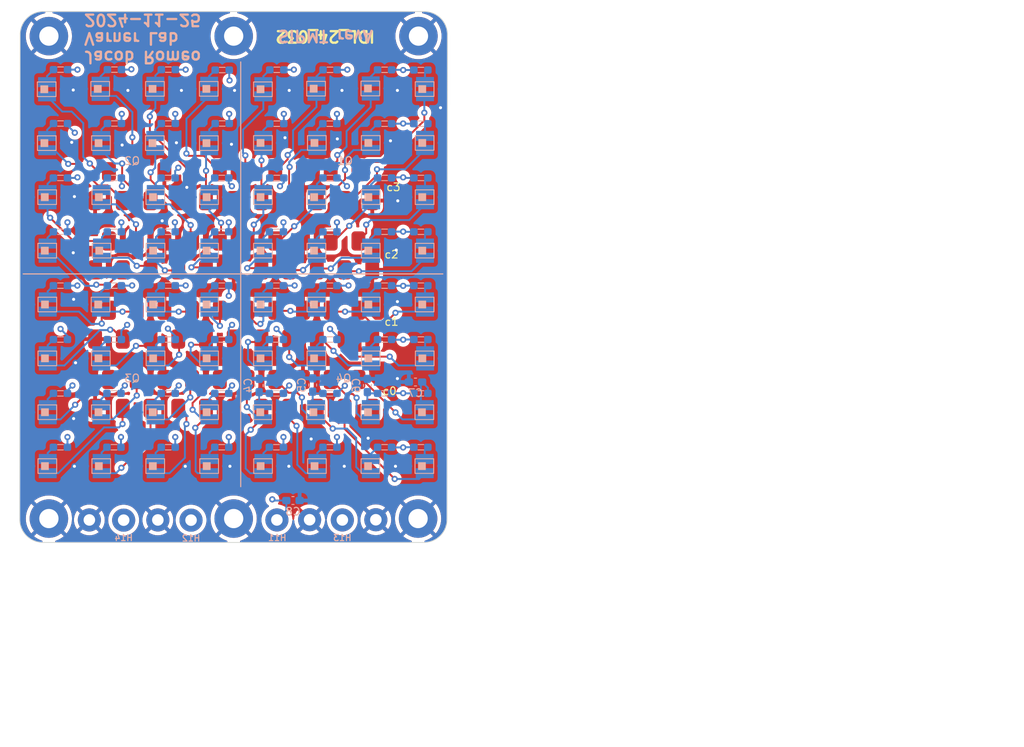
<source format=kicad_pcb>
(kicad_pcb (version 20240108) (generator "pcbnew") (generator_version "8.0")
  (layers (0 "F.Cu" signal) (1 "In1.Cu" signal) (2 "In2.Cu" signal) (31 "B.Cu" signal) (34 "B.Paste" user) (35 "F.Paste" user) (36 "B.SilkS" user "B.Silkscreen") (37 "F.SilkS" user "F.Silkscreen") (38 "B.Mask" user) (39 "F.Mask" user) (44 "Edge.Cuts" user))
  (net 0 "")
  (net 1 "GND")
  (net 2 "/AE0_CH7")
  (net 3 "/AO0_CH0")
  (net 4 "/AE0_CH6")
  (net 5 "/AO0_CH1")
  (net 6 "/AO0_CH2")
  (net 7 "/AE0_CH5")
  (net 8 "/AO0_CH3")
  (net 9 "/AE0_CH4")
  (net 10 "/AE0_CH3")
  (net 11 "/AO0_CH4")
  (net 12 "/AE0_CH2")
  (net 13 "/AO0_CH5")
  (net 14 "/AO0_CH6")
  (net 15 "/AE0_CH1")
  (net 16 "/AO0_CH7")
  (net 17 "/AE0_CH0")
  (net 18 "/AE1_CH7")
  (net 19 "/AO1_CH0")
  (net 20 "/AE1_CH6")
  (net 21 "/AO1_CH1")
  (net 22 "/AO1_CH2")
  (net 23 "/AE1_CH5")
  (net 24 "/AO1_CH3")
  (net 25 "/AE1_CH4")
  (net 26 "/AE1_CH3")
  (net 27 "/AO1_CH4")
  (net 28 "/AE1_CH2")
  (net 29 "/AO1_CH5")
  (net 30 "/AO1_CH6")
  (net 31 "/AE1_CH1")
  (net 32 "/AO1_CH7")
  (net 33 "/AE1_CH0")
  (net 34 "/AE2_CH7")
  (net 35 "/AO2_CH0")
  (net 36 "/AE2_CH6")
  (net 37 "/AO2_CH1")
  (net 38 "/AO2_CH2")
  (net 39 "/AE2_CH5")
  (net 40 "/AO2_CH3")
  (net 41 "/AE2_CH4")
  (net 42 "/AE2_CH3")
  (net 43 "/AO2_CH4")
  (net 44 "/AE2_CH2")
  (net 45 "/AO2_CH5")
  (net 46 "/AO2_CH6")
  (net 47 "/AE2_CH1")
  (net 48 "/AO2_CH7")
  (net 49 "/AE2_CH0")
  (net 50 "/AE3_CH7")
  (net 51 "/AO3_CH0")
  (net 52 "/AE3_CH6")
  (net 53 "/AO3_CH1")
  (net 54 "/AO3_CH2")
  (net 55 "/AE3_CH5")
  (net 56 "/AO3_CH3")
  (net 57 "/AE3_CH4")
  (net 58 "/AE3_CH3")
  (net 59 "/AO3_CH4")
  (net 60 "/AE3_CH2")
  (net 61 "/AO3_CH5")
  (net 62 "/AO3_CH6")
  (net 63 "/AE3_CH1")
  (net 64 "/AO3_CH7")
  (net 65 "/AE3_CH0")
  (net 66 "Net-(D7-K)")
  (net 67 "Net-(D15-K)")
  (net 68 "Net-(D17-K)")
  (net 69 "Net-(D18-K)")
  (net 70 "Net-(D19-K)")
  (net 71 "Net-(D20-K)")
  (net 72 "Net-(D21-K)")
  (net 73 "Net-(D22-K)")
  (net 74 "Net-(D1-K)")
  (net 75 "Net-(D2-K)")
  (net 76 "Net-(D3-K)")
  (net 77 "Net-(D4-K)")
  (net 78 "Net-(D5-K)")
  (net 79 "Net-(D6-K)")
  (net 80 "Net-(D8-K)")
  (net 81 "Net-(D9-K)")
  (net 82 "Net-(D10-K)")
  (net 83 "Net-(D11-K)")
  (net 84 "Net-(D12-K)")
  (net 85 "Net-(D13-K)")
  (net 86 "Net-(D14-K)")
  (net 87 "Net-(D16-K)")
  (net 88 "Net-(D23-K)")
  (net 89 "Net-(D24-K)")
  (net 90 "Net-(D25-K)")
  (net 91 "Net-(D26-K)")
  (net 92 "Net-(D27-K)")
  (net 93 "Net-(D28-K)")
  (net 94 "Net-(D29-K)")
  (net 95 "Net-(D30-K)")
  (net 96 "Net-(D31-K)")
  (net 97 "Net-(D32-K)")
  (net 98 "Net-(D33-K)")
  (net 99 "Net-(D34-K)")
  (net 100 "Net-(D35-K)")
  (net 101 "Net-(D36-K)")
  (net 102 "Net-(D37-K)")
  (net 103 "Net-(D38-K)")
  (net 104 "Net-(D39-K)")
  (net 105 "Net-(D40-K)")
  (net 106 "Net-(D41-K)")
  (net 107 "Net-(D42-K)")
  (net 108 "Net-(D43-K)")
  (net 109 "Net-(D44-K)")
  (net 110 "Net-(D45-K)")
  (net 111 "Net-(D46-K)")
  (net 112 "Net-(D47-K)")
  (net 113 "Net-(D48-K)")
  (net 114 "Net-(D49-K)")
  (net 115 "Net-(D50-K)")
  (net 116 "Net-(D51-K)")
  (net 117 "Net-(D52-K)")
  (net 118 "Net-(D53-K)")
  (net 119 "Net-(D54-K)")
  (net 120 "Net-(D55-K)")
  (net 121 "Net-(D56-K)")
  (net 122 "Net-(D57-K)")
  (net 123 "Net-(D58-K)")
  (net 124 "Net-(D59-K)")
  (net 125 "Net-(D60-K)")
  (net 126 "Net-(D61-K)")
  (net 127 "Net-(D62-K)")
  (net 128 "Net-(D63-K)")
  (net 129 "Net-(D64-K)")
  (net 130 "+BATT 4")
  (net 131 "+BATT 3")
  (net 132 "+BATT 1")
  (net 133 "+BATT 2")
  (footprint "kicad-mza:TOP-carrier-pogo-pin" (layer "F.Cu") (at 146.8875 110.275)
    (property "Reference" "c0")
    (property "Value" "TOP-carrier-pogo-pin" (hide yes))
  )
  (footprint "MountingHole:MountingHole_1.5mm_Pad" (layer "F.Cu") (at 165.35 126.63)
    (property "Reference" "H10" (hide yes))
    (property "Value" "MountingHole_Pad" (hide yes))
  )
  (footprint "kicad-mza:TOP-carrier-pogo-pin" (layer "F.Cu") (at 146.8875 83.275)
    (property "Reference" "c3")
    (property "Value" "TOP-carrier-pogo-pin" (hide yes))
  )
  (footprint "kicad-mza:TOP-carrier-pogo-pin" (layer "F.Cu") (at 146.8875 92.275)
    (property "Reference" "c2")
    (property "Value" "TOP-carrier-pogo-pin" (hide yes))
  )
  (footprint "MountingHole:MountingHole_1.5mm_Pad" (layer "F.Cu") (at 137.0375 126.655)
    (property "Reference" "H9" (hide yes))
    (property "Value" "MountingHole_Pad" (hide yes))
  )
  (footprint "MountingHole:MountingHole_2.5mm_Pad" (layer "F.Cu") (at 122.8875 63.775)
    (property "Reference" "H1" (hide yes))
    (property "Value" "MountingHole_Pad" (hide yes))
  )
  (footprint "MountingHole:MountingHole_1.5mm_Pad" (layer "F.Cu") (at 132.6 126.68)
    (property "Reference" "H14")
    (property "Value" "MountingHole_Pad" (hide yes))
  )
  (footprint "MountingHole:MountingHole_1.5mm_Pad" (layer "F.Cu") (at 156.75 126.63)
    (property "Reference" "H7" (hide yes))
    (property "Value" "MountingHole_Pad" (hide yes))
  )
  (footprint "MountingHole:MountingHole_1.5mm_Pad" (layer "F.Cu") (at 161 126.655)
    (property "Reference" "H13")
    (property "Value" "MountingHole_Pad" (hide yes))
  )
  (footprint "MountingHole:MountingHole_2.5mm_Pad" (layer "F.Cu") (at 170.8375 126.475)
    (property "Reference" "H6" (hide yes))
    (property "Value" "MountingHole_Pad" (hide yes))
  )
  (footprint "kicad-mza:TOP-carrier-pogo-pin" (layer "F.Cu") (at 146.8875 101.275)
    (property "Reference" "c1")
    (property "Value" "TOP-carrier-pogo-pin" (hide yes))
  )
  (footprint "MountingHole:MountingHole_1.5mm_Pad" (layer "F.Cu") (at 141.35 126.68)
    (property "Reference" "H12")
    (property "Value" "MountingHole_Pad" (hide yes))
  )
  (footprint "MountingHole:MountingHole_1.5mm_Pad" (layer "F.Cu") (at 152.5 126.655)
    (property "Reference" "H11")
    (property "Value" "MountingHole_Pad" (hide yes))
  )
  (footprint "MountingHole:MountingHole_2.5mm_Pad" (layer "F.Cu") (at 170.8875 63.775)
    (property "Reference" "H3" (hide yes))
    (property "Value" "MountingHole_Pad" (hide yes))
  )
  (footprint "MountingHole:MountingHole_2.5mm_Pad" (layer "F.Cu") (at 146.8875 126.475)
    (property "Reference" "H5" (hide yes))
    (property "Value" "MountingHole_Pad" (hide yes))
  )
  (footprint "MountingHole:MountingHole_2.5mm_Pad" (layer "F.Cu") (at 146.8875 63.775)
    (property "Reference" "H2" (hide yes))
    (property "Value" "MountingHole_Pad" (hide yes))
  )
  (footprint "MountingHole:MountingHole_1.5mm_Pad" (layer "F.Cu") (at 128.143148 126.655)
    (property "Reference" "H8" (hide yes))
    (property "Value" "MountingHole_Pad" (hide yes))
  )
  (footprint "MountingHole:MountingHole_2.5mm_Pad" (layer "F.Cu") (at 122.8875 126.475)
    (property "Reference" "H4" (hide yes))
    (property "Value" "MountingHole_Pad" (hide yes))
  )
  (footprint "kicad-mza:0603" (layer "B.Cu") (at 159.4 68.155 180)
    (property "Reference" "R3" (hide yes))
    (property "Value" "10k" (hide yes))
  )
  (footprint "kicad-mza:Hamamatsu_S10362-11-100P-plus" (layer "B.Cu") (at 143.375 105.655 180)
    (property "Reference" "D40" (hide yes))
    (property "Value" "D_SiPM" (hide yes))
  )
  (footprint "kicad-mza:Hamamatsu_S10362-11-100P-plus" (layer "B.Cu") (at 122.3575 91.655 180)
    (property "Reference" "D11" (hide yes))
    (property "Value" "D_SiPM" (hide yes))
  )
  (footprint "kicad-mza:Hamamatsu_S10362-11-100P-plus" (layer "B.Cu") (at 150.375 84.705 180)
    (property "Reference" "D25" (hide yes))
    (property "Value" "D_SiPM" (hide yes))
  )
  (footprint "Capacitor_SMD:C_0603_1608Metric_Pad1.08x0.95mm_HandSolder" (layer "B.Cu") (at 157.15 109.1175 -90)
    (property "Reference" "C5")
    (property "Value" "0.1 uF")
  )
  (footprint "kicad-mza:Hamamatsu_S10362-11-100P-plus" (layer "B.Cu") (at 129.3375 77.68 180)
    (property "Reference" "D20" (hide yes))
    (property "Value" "D_SiPM")
  )
  (footprint "kicad-mza:Hamamatsu_S10362-11-100P-plus" (layer "B.Cu") (at 150.375 105.655 180)
    (property "Reference" "D42" (hide yes))
    (property "Value" "D_SiPM" (hide yes))
  )
  (footprint "kicad-mza:0603" (layer "B.Cu") (at 152.4875 68.155 180)
    (property "Reference" "R1" (hide yes))
    (property "Value" "10k" (hide yes))
  )
  (footprint "Capacitor_SMD:C_0603_1608Metric_Pad1.08x0.95mm_HandSolder" (layer "B.Cu") (at 154.5875 124.13)
    (property "Reference" "C8")
    (property "Value" "220pF")
  )
  (footprint "kicad-mza:0603" (layer "B.Cu") (at 145.3375 110.205 180)
    (property "Reference" "R55" (hide yes))
    (property "Value" "10k" (hide yes))
  )
  (footprint "kicad-mza:0603" (layer "B.Cu") (at 152.4375 117.205 180)
    (property "Reference" "R58" (hide yes))
    (property "Value" "10k" (hide yes))
  )
  (footprint "kicad-mza:Hamamatsu_S10362-11-100P-plus" (layer "B.Cu") (at 157.375 77.655 180)
    (property "Reference" "D4" (hide yes))
    (property "Value" "D_SiPM" (hide yes))
  )
  (footprint "kicad-mza:0603" (layer "B.Cu") (at 166.4875 68.155 180)
    (property "Reference" "R5" (hide yes))
    (property "Value" "10k" (hide yes))
  )
  (footprint "kicad-mza:Hamamatsu_S10362-11-100P-plus" (layer "B.Cu") (at 143.375 112.655 180)
    (property "Reference" "D55" (hide yes))
    (property "Value" "D_SiPM" (hide yes))
  )
  (footprint "kicad-mza:0603" (layer "B.Cu") (at 159.3875 96.205 180)
    (property "Reference" "R43" (hide yes))
    (property "Value" "10k" (hide yes))
  )
  (footprint "kicad-mza:Hamamatsu_S10362-11-100P-plus" (layer "B.Cu") (at 171.375 91.655 180)
    (property "Reference" "D32" (hide yes))
    (property "Value" "D_SiPM" (hide yes))
  )
  (footprint "kicad-mza:Hamamatsu_S10362-11-100P-plus" (layer "B.Cu") (at 129.325 105.655 180)
    (property "Reference" "D36" (hide yes))
    (property "Value" "D_SiPM" (hide yes))
  )
  (footprint "kicad-mza:Hamamatsu_S10362-11-100P-plus" (layer "B.Cu") (at 157.325 98.655 180)
    (property "Reference" "D43" (hide yes))
    (property "Value" "D_SiPM" (hide yes))
  )
  (footprint "kicad-mza:Hamamatsu_S10362-11-100P-plus" (layer "B.Cu") (at 136.375 112.655 180)
    (property "Reference" "D53" (hide yes))
    (property "Value" "D_SiPM" (hide yes))
  )
  (footprint "kicad-mza:0603" (layer "B.Cu") (at 171.2 103.205)
    (property "Reference" "R48" (hide yes))
    (property "Value" "10k" (hide yes))
  )
  (footprint "kicad-mza:Hamamatsu_S10362-11-100P-plus" (layer "B.Cu") (at 122.3525 84.705 180)
    (property "Reference" "D10" (hide yes))
    (property "Value" "D_SiPM" (hide yes))
  )
  (footprint "kicad-mza:Hamamatsu_S10362-11-100P-plus" (layer "B.Cu") (at 143.35 77.68 180)
    (property "Reference" "D17" (hide yes))
    (property "Value" "D_SiPM")
  )
  (footprint "kicad-mza:0603" (layer "B.Cu") (at 145.325 89.205 180)
    (property "Reference" "R24" (hide yes))
    (property "Value" "10k" (hide yes))
  )
  (footprint "kicad-mza:0603" (layer "B.Cu") (at 138.3875 89.205 180)
    (property "Reference" "R16" (hide yes))
    (property "Value" "10k" (hide yes))
  )
  (footprint "kicad-mza:Hamamatsu_S10362-11-100P-plus" (layer "B.Cu") (at 136.4 84.705 180)
    (property "Reference" "D14" (hide yes))
    (property "Value" "D_SiPM" (hide yes))
  )
  (footprint "kicad-mza:Hamamatsu_S10362-11-100P-plus" (layer "B.Cu") (at 122.2875 70.68 180)
    (property "Reference" "D18" (hide yes))
    (property "Value" "D_SiPM" (hide yes))
  )
  (footprint "kicad-mza:Hamamatsu_S10362-11-100P-plus" (layer "B.Cu") (at 136.3875 119.655 180)
    (property "Reference" "D54" (hide yes))
    (property "Value" "D_SiPM" (hide yes))
  )
  (footprint "kicad-mza:0603" (layer "B.Cu") (at 138.4 68.13 180)
    (property "Reference" "R21" (hide yes))
    (property "Value" "10k" (hide yes))
  )
  (footprint "Capacitor_SMD:C_0603_1608Metric_Pad1.08x0.95mm_HandSolder" (layer "B.Cu") (at 164.25 109.18 -90)
    (property "Reference" "C6")
    (property "Value" "0.1 uF")
  )
  (footprint "kicad-mza:0603" (layer "B.Cu") (at 152.4375 110.205 180)
    (property "Reference" "R57" (hide yes))
    (property "Value" "10k" (hide yes))
  )
  (footprint "kicad-mza:0603" (layer "B.Cu") (at 124.4 75.13 180)
    (property "Reference" "R7" (hide yes))
    (property "Value" "10k" (hide yes))
  )
  (footprint "kicad-mza:Hamamatsu_S10362-11-100P-plus" (layer "B.Cu") (at 136.425 105.655 180)
    (property "Reference" "D38" (hide yes))
    (property "Value" "D_SiPM" (hide yes))
  )
  (footprint "kicad-mza:Hamamatsu_S10362-11-100P-plus" (layer "B.Cu") (at 122.375 98.655 180)
    (property "Reference" "D33" (hide yes))
    (property "Value" "D_SiPM" (hide yes))
  )
  (footprint "kicad-mza:Hamamatsu_S10362-11-100P-plus" (layer "B.Cu") (at 164.3375 119.655 180)
    (property "Reference" "D62" (hide yes))
    (property "Value" "D_SiPM" (hide yes))
  )
  (footprint "kicad-mza:0603" (layer "B.Cu") (at 171.2 68.18)
    (property "Reference" "R8" (hide yes))
    (property "Value" "10k" (hide yes))
  )
  (footprint "kicad-mza:0603" (layer "B.Cu") (at 131.3375 117.205 180)
    (property "Reference" "R52" (hide yes))
    (property "Value" "10k" (hide yes))
  )
  (footprint "kicad-mza:0603" (layer "B.Cu") (at 145.3375 82.205 180)
    (property "Reference" "R23" (hide yes))
    (property "Value" "10k" (hide yes))
  )
  (footprint "kicad-mza:0603" (layer "B.Cu") (at 145.4 75.13 180)
    (property "Reference" "R17" (hide yes))
    (property "Value" "10k" (hide yes))
  )
  (footprint "kicad-mza:0603" (layer "B.Cu") (at 131.4 75.13 180)
    (property "Reference" "R20" (hide yes))
    (property "Value" "10k" (hide yes))
  )
  (footprint "kicad-mza:0603" (layer "B.Cu") (at 138.3875 103.205 180)
    (property "Reference" "R38" (hide yes))
    (property "Value" "10k" (hide yes))
  )
  (footprint "kicad-mza:0603" (layer "B.Cu") (at 145.4 68.18 180)
    (property "Reference" "R22" (hide yes))
    (property "Value" "10k" (hide yes))
  )
  (footprint "kicad-mza:Hamamatsu_S10362-11-100P-plus" (layer "B.Cu") (at 171.375 70.655 180)
    (property "Reference" "D8" (hide yes))
    (property "Value" "D_SiPM" (hide yes))
  )
  (footprint "Capacitor_SMD:C_0603_1608Metric_Pad1.08x0.95mm_HandSolder" (layer "B.Cu") (at 170.5 108.73)
    (property "Reference" "C7")
    (property "Value" "0.1 uF")
  )
  (footprint "kicad-mza:Hamamatsu_S10362-11-100P-plus" (layer "B.Cu") (at 171.3375 119.655 180)
    (property "Reference" "D64" (hide yes))
    (property "Value" "D_SiPM" (hide yes))
  )
  (footprint "kicad-mza:Hamamatsu_S10362-11-100P-plus" (layer "B.Cu") (at 136.425 98.655 180)
    (property "Reference" "D37" (hide yes))
    (property "Value" "D_SiPM" (hide yes))
  )
  (footprint "kicad-mza:Hamamatsu_S10362-11-100P-plus" (layer "B.Cu") (at 129.375 84.705 180)
    (property "Reference" "D12" (hide yes))
    (property "Value" "D_SiPM" (hide yes))
  )
  (footprint "kicad-mza:0603" (layer "B.Cu") (at 166.4875 103.205 180)
    (property "Reference" "R46" (hide yes))
    (property "Value" "10k" (hide yes))
  )
  (footprint "kicad-mza:Hamamatsu_S10362-11-100P-plus" (layer "B.Cu") (at 164.375 105.655 180)
    (property "Reference" "D46" (hide yes))
    (property "Value" "D_SiPM" (hide yes))
  )
  (footprint "kicad-mza:Hamamatsu_S10362-11-100P-plus" (layer "B.Cu") (at 150.375 91.655 180)
    (property "Reference" "D26" (hide yes))
    (property "Value" "D_SiPM" (hide yes))
  )
  (footprint "kicad-mza:0603" (layer "B.Cu") (at 145.3375 96.205 180)
    (property "Reference" "R39" (hide yes))
    (property "Value" "10k" (hide yes))
  )
  (footprint "kicad-mza:Hamamatsu_S10362-11-100P-plus" (layer "B.Cu") (at 157.3875 119.655 180)
    (property "Reference" "D60" (hide yes))
    (property "Value" "D_SiPM" (hide yes))
  )
  (footprint "kicad-mza:Hamamatsu_S10362-11-100P-plus" (layer "B.Cu") (at 122.3 77.68 180)
    (property "Reference" "D7" (hide yes))
    (property "Value" "D_SiPM")
  )
  (footprint "kicad-mza:Hamamatsu_S10362-11-100P-plus" (layer "B.Cu") (at 150.375 77.655 180)
    (property "Reference" "D2" (hide yes))
    (property "Value" "D_SiPM" (hide yes))
  )
  (footprint "kicad-mza:Hamamatsu_S10362-11-100P-plus" (layer "B.Cu") (at 150.3875 119.655 180)
    (property "Reference" "D58" (hide yes))
    (property "Value" "D_SiPM" (hide yes))
  )
  (footprint "kicad-mza:Hamamatsu_S10362-11-100P-plus" (layer "B.Cu") (at 157.325 105.655 180)
    (property "Reference" "D44" (hide yes))
    (property "Value" "D_SiPM" (hide yes))
  )
  (footprint "kicad-mza:0603" (layer "B.Cu") (at 124.3875 103.205 180)
    (property "Reference" "R34" (hide yes))
    (property "Value" "10k" (hide yes))
  )
  (footprint "kicad-mza:Hamamatsu_S10362-11-100P-plus" (layer "B.Cu") (at 143.375 91.655 180)
    (property "Reference" "D24" (hide yes))
    (property "Value" "D_SiPM" (hide yes))
  )
  (footprint "kicad-mza:0603" (layer "B.Cu") (at 145.3375 117.205 180)
    (property "Reference" "R56" (hide yes))
    (property "Value" "10k" (hide yes))
  )
  (footprint "kicad-mza:0603" (layer "B.Cu") (at 152.4375 89.205 180)
    (property "Reference" "R26" (hide yes))
    (property "Value" "10k" (hide yes))
  )
  (footprint "kicad-mza:0603" (layer "B.Cu") (at 152.4375 96.205 180)
    (property "Reference" "R41" (hide yes))
    (property "Value" "10k" (hide yes))
  )
  (footprint "kicad-mza:0603" (layer "B.Cu") (at 166.4875 89.205 180)
    (property "Reference" "R30" (hide yes))
    (property "Value" "10k" (hide yes))
  )
  (footprint "kicad-mza:Hamamatsu_S10362-11-100P-plus" (layer "B.Cu") (at 143.375 84.705 180)
    (property "Reference" "D23" (hide yes))
    (property "Value" "D_SiPM" (hide yes))
  )
  (footprint "kicad-mza:Hamamatsu_S10362-11-100P-plus" (layer "B.Cu") (at 164.325 70.58 180)
    (property "Reference" "D5" (hide yes))
    (property "Value" "D_SiPM" (hide yes))
  )
  (footprint "kicad-mza:0603" (layer "B.Cu") (at 131.4 68.13 180)
    (property "Reference" "R19" (hide yes))
    (property "Value" "10k" (hide yes))
  )
  (footprint "kicad-mza:0603" (layer "B.Cu") (at 171.2 96.205)
    (property "Reference" "R47" (hide yes))
    (property "Value" "10k" (hide yes))
  )
  (footprint "kicad-mza:0603" (layer "B.Cu") (at 159.3875 103.205 180)
    (property "Reference" "R44" (hide yes))
    (property "Value" "10k" (hide yes))
  )
  (footprint "kicad-mza:Hamamatsu_S10362-11-100P-plus" (layer "B.Cu") (at 157.275 70.605 180)
    (property "Reference" "D3" (hide yes))
    (property "Value" "D_SiPM" (hide yes))
  )
  (footprint "kicad-mza:0603" (layer "B.Cu") (at 166.4875 117.205 180)
    (property "Reference" "R62" (hide yes))
    (property "Value" "10k" (hide yes))
  )
  (footprint "kicad-mza:0603" (layer "B.Cu") (at 131.3875 82.205 180)
    (property "Reference" "R12" (hide yes))
    (property "Value" "10k" (hide yes))
  )
  (footprint "kicad-mza:0603" (layer "B.Cu") (at 166.4875 96.205 180)
    (property "Reference" "R45" (hide yes))
    (property "Value" "10k" (hide yes))
  )
  (footprint "kicad-mza:0603" (layer "B.Cu") (at 152.4875 75.155 180)
    (property "Reference" "R2" (hide yes))
    (property "Value" "10k" (hide yes))
  )
  (footprint "kicad-mza:0603" (layer "B.Cu") (at 171.2 110.205)
    (property "Reference" "R63" (hide yes))
    (property "Value" "10k" (hide yes))
  )
  (footprint "kicad-mza:0603" (layer "B.Cu") (at 138.4 75.13 180)
    (property "Reference" "R15" (hide yes))
    (property "Value" "10k" (hide yes))
  )
  (footprint "kicad-mza:Hamamatsu_S10362-11-100P-plus" (layer "B.Cu") (at 164.375 77.655 180)
    (property "Reference" "D6" (hide yes))
    (property "Value" "D_SiPM" (hide yes))
  )
  (footprint "kicad-mza:0603" (layer "B.Cu") (at 124.3875 96.205 180)
    (property "Reference" "R33" (hide yes))
    (property "Value" "10k" (hide yes))
  )
  (footprint "kicad-mza:0603" (layer "B.Cu") (at 159.3875 89.205 180)
    (property "Reference" "R28" (hide yes))
    (property "Value" "10k" (hide yes))
  )
  (footprint "kicad-mza:Hamamatsu_S10362-11-100P-plus" (layer "B.Cu") (at 171.3875 105.655 180)
    (property "Reference" "D48" (hide yes))
    (property "Value" "D_SiPM" (hide yes))
  )
  (footprint "kicad-mza:0603" (layer "B.Cu") (at 124.3875 89.205 180)
    (property "Reference" "R11" (hide yes))
    (property "Value" "10k" (hide yes))
  )
  (footprint "kicad-mza:0603" (layer "B.Cu") (at 124.3875 82.205 180)
    (property "Reference" "R10" (hide yes))
    (property "Value" "10k" (hide yes))
  )
  (footprint "kicad-mza:Hamamatsu_S10362-11-100P-plus" (layer "B.Cu") (at 122.375 112.655 180)
    (property "Reference" "D49" (hide yes))
    (property "Value" "D_SiPM" (hide yes))
  )
  (footprint "kicad-mza:0603" (layer "B.Cu") (at 159.3875 117.205 180)
    (property "Reference" "R60" (hide yes))
    (property "Value" "10k" (hide yes))
  )
  (footprint "kicad-mza:0603" (layer "B.Cu") (at 171.2 75.155)
    (property "Reference" "R9" (hide yes))
    (property "Value" "10k" (hide yes))
  )
  (footprint "kicad-mza:Hamamatsu_S10362-11-100P-plus" (layer "B.Cu") (at 129.425 91.655 180)
    (property "Reference" "D13" (hide yes))
    (property "Value" "D_SiPM" (hide yes))
  )
  (footprint "kicad-mza:0603" (layer "B.Cu") (at 159.3875 110.205 180)
    (property "Reference" "R59" (hide yes))
    (property "Value" "10k" (hide yes))
  )
  (footprint "kicad-mza:Hamamatsu_S10362-11-100P-plus" (layer "B.Cu") (at 171.3375 112.655 180)
    (property "Reference" "D63" (hide yes))
    (property "Value" "D_SiPM" (hide yes))
  )
  (footprint "kicad-mza:Hamamatsu_S10362-11-100P-plus" (layer "B.Cu") (at 136.35 70.63 180)
    (property "Reference" "D21" (hide yes))
    (property "Value" "D_SiPM" (hide yes))
  )
  (footprint "kicad-mza:0603" (layer "B.Cu") (at 171.2 89.205)
    (property "Reference" "R32" (hide yes))
    (property "Value" "10k" (hide yes))
  )
  (footprint "Capacitor_SMD:C_0603_1608Metric_Pad1.08x0.95mm_HandSolder" (layer "B.Cu") (at 150.2 109.18 -90)
    (property "Reference" "C4")
    (property "Value" "0.1 uF")
  )
  (footprint "kicad-mza:Hamamatsu_S10362-11-100P-plus" (layer "B.Cu") (at 164.3375 112.655 180)
    (property "Reference" "D61" (hide yes))
    (property "Value" "D_SiPM" (hide yes))
  )
  (footprint "kicad-mza:Hamamatsu_S10362-11-100P-plus" (layer "B.Cu") (at 129.325 112.655 180)
    (property "Reference" "D51" (hide yes))
    (property "Value" "D_SiPM" (hide yes))
  )
  (footprint "kicad-mza:0603" (layer "B.Cu") (at 131.3875 103.205 180)
    (property "Reference" "R36" (hide yes))
    (property "Value" "10k" (hide yes))
  )
  (footprint "kicad-mza:Hamamatsu_S10362-11-100P-plus" (layer "B.Cu") (at 143.3875 119.655 180)
    (property "Reference" "D56" (hide yes))
    (property "Value" "D_SiPM" (hide yes))
  )
  (footprint "kicad-mza:0603" (layer "B.Cu") (at 171.2 117.205)
    (property "Reference" "R64" (hide yes))
    (property "Value" "10k" (hide yes))
  )
  (footprint "kicad-mza:Hamamatsu_S10362-11-100P-plus" (layer "B.Cu") (at 129.2875 98.655 180)
    (property "Reference" "D35" (hide yes))
    (property "Value" "D_SiPM" (hide yes))
  )
  (footprint "kicad-mza:Hamamatsu_S10362-11-100P-plus" (layer "B.Cu") (at 157.325 91.655 180)
    (property "Reference" "D28" (hide yes))
    (property "Value" "D_SiPM" (hide yes))
  )
  (footprint "kicad-mza:0603" (layer "B.Cu") (at 131.3375 110.205 180)
    (property "Reference" "R51" (hide yes))
    (property "Value" "10k" (hide yes))
  )
  (footprint "kicad-mza:Hamamatsu_S10362-11-100P-plus" (layer "B.Cu") (at 164.375 91.655 180)
    (property "Reference" "D30" (hide yes))
    (property "Value" "D_SiPM" (hide yes))
  )
  (footprint "kicad-mza:Hamamatsu_S10362-11-100P-plus" (layer "B.Cu") (at 171.375 98.655 180)
    (property "Reference" "D47" (hide yes))
    (property "Value" "D_SiPM" (hide yes))
  )
  (footprint "kicad-mza:Hamamatsu_S10362-11-100P-plus" (layer "B.Cu") (at 129.2375 70.63 180)
    (property "Reference" "D19" (hide yes))
    (property "Value" "D_SiPM" (hide yes))
  )
  (footprint "kicad-mza:Hamamatsu_S10362-11-100P-plus" (layer "B.Cu") (at 143.3375 70.63 180)
    (property "Reference" "D22" (hide yes))
    (property "Value" "D_SiPM" (hide yes))
  )
  (footprint "kicad-mza:Hamamatsu_S10362-11-100P-plus" (layer "B.Cu") (at 136.3375 77.68 180)
    (property "Reference" "D15" (hide yes))
    (property "Value" "D_SiPM")
  )
  (footprint "kicad-mza:0603" (layer "B.Cu") (at 159.375 75.155 180)
    (property "Reference" "R4" (hide yes))
    (property "Value" "10k" (hide yes))
  )
  (footprint "kicad-mza:0603" (layer "B.Cu") (at 159.3875 82.205 180)
    (property "Reference" "R27" (hide yes))
    (property "Value" "10k" (hide yes))
  )
  (footprint "kicad-mza:Hamamatsu_S10362-11-100P-plus" (layer "B.Cu") (at 150.375 70.68 180)
    (property "Reference" "D1" (hide yes))
    (property "Value" "D_SiPM" (hide yes))
  )
  (footprint "kicad-mza:Hamamatsu_S10362-11-100P-plus" (layer "B.Cu") (at 164.375 84.705 180)
    (property "Reference" "D29" (hide yes))
    (property "Value" "D_SiPM" (hide yes))
  )
  (footprint "kicad-mza:0603" (layer "B.Cu") (at 171.2 82.205)
    (property "Reference" "R31" (hide yes))
    (property "Value" "10k" (hide yes))
  )
  (footprint "kicad-mza:0603" (layer "B.Cu") (at 152.4875 82.205 180)
    (property "Reference" "R25" (hide yes))
    (property "Value" "10k" (hide yes))
  )
  (footprint "kicad-mza:Hamamatsu_S10362-11-100P-plus" (layer "B.Cu") (at 150.375 98.655 180)
    (property "Reference" "D41" (hide yes))
    (property "Value" "D_SiPM" (hide yes))
  )
  (footprint "kicad-mza:Hamamatsu_S10362-11-100P-plus" (layer "B.Cu") (at 136.425 91.655 180)
    (property "Reference" "D16" (hide yes))
    (property "Value" "D_SiPM" (hide yes))
  )
  (footprint "kicad-mza:0603" (layer "B.Cu") (at 145.3375 103.205 180)
    (property "Reference" "R40" (hide yes))
    (property "Value" "10k" (hide yes))
  )
  (footprint "kicad-mza:0603" (layer "B.Cu") (at 166.4875 75.155 180)
    (property "Reference" "R6" (hide yes))
    (property "Value" "10k" (hide yes))
  )
  (footprint "kicad-mza:0603" (layer "B.Cu") (at 138.3875 110.205 180)
    (property "Reference" "R53" (hide yes))
    (property "Value" "10k" (hide yes))
  )
  (footprint "kicad-mza:Hamamatsu_S10362-11-100P-plus" (layer "B.Cu") (at 171.375 84.705 180)
    (property "Reference" "D31" (hide yes))
    (property "Value" "D_SiPM" (hide yes))
  )
  (footprint "kicad-mza:Hamamatsu_S10362-11-100P-plus" (layer "B.Cu") (at 171.375 77.655 180)
    (property "Reference" "D9" (hide yes))
    (property "Value" "D_SiPM" (hide yes))
  )
  (footprint "kicad-mza:Hamamatsu_S10362-11-100P-plus" (layer "B.Cu") (at 122.375 105.655 180)
    (property "Reference" "D34" (hide yes))
    (property "Value" "D_SiPM" (hide yes))
  )
  (footprint "kicad-mza:0603" (layer "B.Cu") (at 131.3875 89.205 180)
    (property "Reference" "R13" (hide yes))
    (property "Value" "10k" (hide yes))
  )
  (footprint "kicad-mza:0603" (layer "B.Cu") (at 152.4375 103.205 180)
    (property "Reference" "R42" (hide yes))
    (property "Value" "10k" (hide yes))
  )
  (footprint "kicad-mza:Hamamatsu_S10362-11-100P-plus" (layer "B.Cu") (at 150.3375 112.655 180)
    (property "Reference" "D57" (hide yes))
    (property "Value" "D_SiPM" (hide yes))
  )
  (footprint "kicad-mza:Hamamatsu_S10362-11-100P-plus" (layer "B.Cu") (at 157.2375 112.655 180)
    (property "Reference" "D59" (hide yes))
    (property "Value" "D_SiPM" (hide yes))
  )
  (footprint "kicad-mza:0603" (layer "B.Cu") (at 138.375 82.205 180)
    (property "Reference" "R14" (hide yes))
    (property "Value" "10k" (hide yes))
  )
  (footprint "kicad-mza:Hamamatsu_S10362-11-100P-plus" (layer "B.Cu") (at 164.375 98.655 180)
    (property "Reference" "D45" (hide yes))
    (property "Value" "D_SiPM" (hide yes))
  )
  (footprint "kicad-mza:Hamamatsu_S10362-11-100P-plus" (layer "B.Cu") (at 143.375 98.655 180)
    (property "Reference" "D39" (hide yes))
    (property "Value" "D_SiPM" (hide yes))
  )
  (footprint "kicad-mza:0603" (layer "B.Cu") (at 138.3875 96.205 180)
    (property "Reference" "R37" (hide yes))
    (property "Value" "10k" (hide yes))
  )
  (footprint "kicad-mza:Hamamatsu_S10362-11-100P-plus" (layer "B.Cu") (at 129.375 119.655 180)
    (property "Reference" "D52" (hide yes))
    (property "Value" "D_SiPM" (hide yes))
  )
  (footprint "kicad-mza:0603" (layer "B.Cu") (at 138.3875 117.205 180)
    (property "Reference" "R54" (hide yes))
    (property "Value" "10k" (hide yes))
  )
  (footprint "kicad-mza:Hamamatsu_S10362-11-100P-plus" (layer "B.Cu") (at 122.375 119.655 180)
    (property "Reference" "D50" (hide yes))
    (property "Value" "D_SiPM" (hide yes))
  )
  (footprint "kicad-mza:0603" (layer "B.Cu") (at 166.4875 82.205 180)
    (property "Reference" "R29" (hide yes))
    (property "Value" "10k" (hide yes))
  )
  (footprint "kicad-mza:0603" (layer "B.Cu") (at 124.3875 110.205 180)
    (property "Reference" "R49" (hide yes))
    (property "Value" "10k" (hide yes))
  )
  (footprint "kicad-mza:0603" (layer "B.Cu") (at 166.4875 110.205 180)
    (property "Reference" "R61" (hide yes))
    (property "Value" "10k" (hide yes))
  )
  (footprint "kicad-mza:Hamamatsu_S10362-11-100P-plus" (layer "B.Cu") (at 157.3375 84.705 180)
    (property "Reference" "D27" (hide yes))
    (property "Value" "D_SiPM" (hide yes))
  )
  (footprint "kicad-mza:0603" (layer "B.Cu") (at 124.3875 117.205 180)
    (property "Reference" "R50" (hide yes))
    (property "Value" "10k" (hide yes))
  )
  (footprint "kicad-mza:0603" (layer "B.Cu") (at 131.3875 96.205 180)
    (property "Reference" "R35" (hide yes))
    (property "Value" "10k" (hide yes))
  )
  (footprint "kicad-mza:0603" (layer "B.Cu") (at 124.4 68.13 180)
    (property "Reference" "R18" (hide yes))
    (property "Value" "10k" (hide yes))
  )
  (gr_line (start 147.8 67.13) (end 147.8 122.33) (stroke (width 0.15)) (layer "B.SilkS"))
  (gr_line (start 119.55 94.68) (end 174.05 94.68) (stroke (width 0.15)) (layer "B.SilkS"))
  (gr_line (start 171.750057 60.581693) (end 122.05 60.58) (stroke (width 0.1)) (layer "Edge.Cuts"))
  (gr_line (start 174.598307 126.680057) (end 174.65 63.48) (stroke (width 0.1)) (layer "Edge.Cuts"))
  (gr_line (start 119.151693 63.479943) (end 119.1 126.68) (stroke (width 0.1)) (layer "Edge.Cuts"))
  (gr_arc (start 121.999943 129.578307) (mid 119.978044 128.701404) (end 119.1 126.68) (stroke (width 0.1)) (layer "Edge.Cuts"))
  (gr_arc (start 119.151693 63.479943) (mid 120.028596 61.458044) (end 122.05 60.58) (stroke (width 0.1)) (layer "Edge.Cuts"))
  (gr_arc (start 171.750057 60.581693) (mid 173.771956 61.458596) (end 174.65 63.48) (stroke (width 0.1)) (layer "Edge.Cuts"))
  (gr_arc (start 174.598307 126.680057) (mid 173.721404 128.701956) (end 171.7 129.58) (stroke (width 0.1)) (layer "Edge.Cuts"))
  (gr_line (start 121.999943 129.578307) (end 171.7 129.58) (stroke (width 0.1)) (layer "Edge.Cuts"))
  (gr_text "Q3" (at 134.8 108.83 0) (layer "B.SilkS") (effects (font (size 1 1)) (justify left bottom mirror)))
  (gr_text "Jacob Romeo\nVarner Lab\n2024-11-25" (at 127.3 60.78 -180) (layer "B.SilkS") (effects (font (size 1.5 1.5) (thickness 0.3) (bold yes)) (justify left bottom mirror)))
  (gr_text "Q4" (at 162.25 108.83 0) (layer "B.SilkS") (effects (font (size 1 1)) (justify left bottom mirror)))
  (gr_text "Q2" (at 134.8 80.58 0) (layer "B.SilkS") (effects (font (size 1 1)) (justify left bottom mirror)))
  (gr_text "SiPMT revA" (at 152.45 62.88 180) (layer "B.SilkS") (effects (font (size 1.5 1.5) (thickness 0.3) (bold yes)) (justify left bottom mirror)))
  (gr_text "Q1" (at 162.45 80.58 0) (layer "B.SilkS") (effects (font (size 1 1)) (justify left bottom mirror)))
  (gr_text "IDL_24_032" (at 165.4 62.93 180) (layer "F.SilkS") (effects (font (size 1.5 1.5) (thickness 0.3) (bold yes)) (justify left bottom)))
  (via (at 133.15 70.83) (size 0.8) (drill 0.4) (layers "F.Cu" "B.Cu") (net 1))
  (via (at 126.05 91.93) (size 0.8) (drill 0.4) (layers "F.Cu" "B.Cu") (net 1))
  (via (at 168.2 85.18) (size 0.8) (drill 0.4) (layers "F.Cu" "B.Cu") (net 1))
  (via (at 126.2 84.63) (size 0.8) (drill 0.4) (layers "F.Cu" "B.Cu") (net 1))
  (via (at 126.2 119.68) (size 0.8) (drill 0.4) (layers "F.Cu" "B.Cu") (net 1))
  (via (at 146.6 77.83) (size 0.8) (drill 0.4) (layers "F.Cu" "B.Cu") (net 1))
  (via (at 167.25 77.38) (size 0.8) (drill 0.4) (layers "F.Cu" "B.Cu") (net 1))
  (via (at 126.1 97.98) (size 0.8) (drill 0.4) (layers "F.Cu" "B.Cu") (net 1))
  (via (at 126.05 70.78) (size 0.8) (drill 0.4) (layers "F.Cu" "B.Cu") (net 1))
  (via (at 173.75 73.08) (size 0.8) (drill 0.4) (layers "F.Cu" "B.Cu") (net 1))
  (via (at 154.1 70.83) (size 0.8) (drill 0.4) (layers "F.Cu" "B.Cu") (net 1))
  (via (at 164.35 116.03) (size 0.8) (drill 0.4) (layers "F.Cu" "B.Cu") (net 1))
  (via (at 168.15 70.83) (size 0.8) (drill 0.4) (layers "F.Cu" "B.Cu") (net 1))
  (via (at 146.4 119.68) (size 0.8) (drill 0.4) (layers "F.Cu" "B.Cu") (net 1))
  (via (at 161.25 119.68) (size 0.8) (drill 0.4) (layers "F.Cu" "B.Cu") (net 1))
  (via (at 160.95 70.83) (size 0.8) (drill 0.4) (layers "F.Cu" "B.Cu") (net 1))
  (via (at 153.55 76.98) (size 0.8) (drill 0.4) (layers "F.Cu" "B.Cu") (net 1))
  (via (at 160.35 77.13) (size 0.8) (drill 0.4) (layers "F.Cu" "B.Cu") (net 1))
  (via (at 168.15 98.28) (size 0.8) (drill 0.4) (layers "F.Cu" "B.Cu") (net 1))
  (via (at 147 70.83) (size 0.8) (drill 0.4) (layers "F.Cu" "B.Cu") (net 1))
  (via (at 154.05 119.68) (size 0.8) (drill 0.4) (layers "F.Cu" "B.Cu") (net 1))
  (via (at 126.35 106.23) (size 0.8) (drill 0.4) (layers "F.Cu" "B.Cu") (net 1))
  (via (at 132.4 77.93) (size 0.8) (drill 0.4) (layers "F.Cu" "B.Cu") (net 1))
  (via (at 168 91.58) (size 0.8) (drill 0.4) (layers "F.Cu" "B.Cu") (net 1))
  (via (at 156.95 116.13) (size 0.8) (drill 0.4) (layers "F.Cu" "B.Cu") (net 1))
  (via (at 126.1 113.48) (size 0.8) (drill 0.4) (layers "F.Cu" "B.Cu") (net 1))
  (via (at 140.8 83.43) (size 0.8) (drill 0.4) (layers "F.Cu" "B.Cu") (net 1))
  (via (at 139.45 77.63) (size 0.8) (drill 0.4) (layers "F.Cu" "B.Cu") (net 1))
  (via (at 167.9 119.68) (size 0.8) (drill 0.4) (layers "F.Cu" "B.Cu") (net 1))
  (via (at 137.6 87.78) (size 0.8) (drill 0.4) (layers "F.Cu" "B.Cu") (net 1))
  (via (at 140.6 119.68) (size 0.8) (drill 0.4) (layers "F.Cu" "B.Cu") (net 1))
  (via (at 140.1 70.83) (size 0.8) (drill 0.4) (layers "F.Cu" "B.Cu") (net 1))
  (via (at 168.15 108.28) (size 0.8) (drill 0.4) (layers "F.Cu" "B.Cu") (net 1))
  (via (at 125.85 77.58) (size 0.8) (drill 0.4) (layers "F.Cu" "B.Cu") (net 1))
  (segment (start 126.3 111.68) (end 129.58 108.4) (width 0.25) (layer "F.Cu") (net 2))
  (segment (start 129.58 108.4) (end 130.6875 108.4) (width 0.25) (layer "F.Cu") (net 2))
  (via (at 126.3 111.68) (size 0.8) (drill 0.4) (layers "F.Cu" "B.Cu") (net 2))
  (segment (start 122.7375 113.58) (end 124.4 113.58) (width 0.25) (layer "B.Cu") (net 2))
  (segment (start 124.4 113.58) (end 126.3 111.68) (width 0.25) (layer "B.Cu") (net 2))
  (segment (start 132.45 114.18) (end 132.45 112.1875) (width 0.25) (layer "F.Cu") (net 3))
  (segment (start 132.45 112.1875) (end 132.4875 112.15) (width 0.25) (layer "F.Cu") (net 3))
  (via (at 132.45 114.18) (size 0.8) (drill 0.4) (layers "F.Cu" "B.Cu") (net 3))
  (segment (start 132 114.63) (end 132.45 114.18) (width 0.25) (layer "B.Cu") (net 3))
  (segment (start 122.7375 120.58) (end 124.1 120.58) (width 0.25) (layer "B.Cu") (net 3))
  (segment (start 130.05 114.63) (end 132 114.63) (width 0.25) (layer "B.Cu") (net 3))
  (segment (start 124.1 120.58) (end 130.05 114.63) (width 0.25) (layer "B.Cu") (net 3))
  (segment (start 134.2875 110.4675) (end 134.3 110.48) (width 0.25) (layer "F.Cu") (net 4))
  (segment (start 134.2875 108.4) (end 134.2875 110.4675) (width 0.25) (layer "F.Cu") (net 4))
  (via (at 134.3 110.48) (size 0.8) (drill 0.4) (layers "F.Cu" "B.Cu") (net 4))
  (segment (start 134.3 110.48) (end 131.2 113.58) (width 0.25) (layer "B.Cu") (net 4))
  (segment (start 131.2 113.58) (end 129.6875 113.58) (width 0.25) (layer "B.Cu") (net 4))
  (segment (start 136.0875 116.0925) (end 136.0875 112.15) (width 0.25) (layer "F.Cu") (net 5))
  (segment (start 132.3 119.88) (end 136.0875 116.0925) (width 0.25) (layer "F.Cu") (net 5))
  (via (at 132.3 119.88) (size 0.8) (drill 0.4) (layers "F.Cu" "B.Cu") (net 5))
  (segment (start 131.6 120.58) (end 132.3 119.88) (width 0.25) (layer "B.Cu") (net 5))
  (segment (start 129.7375 120.58) (end 131.6 120.58) (width 0.25) (layer "B.Cu") (net 5))
  (segment (start 140.75 113.2125) (end 139.6875 112.15) (width 0.25) (layer "F.Cu") (net 6))
  (segment (start 140.75 114.18) (end 140.75 113.2125) (width 0.25) (layer "F.Cu") (net 6))
  (via (at 140.75 114.18) (size 0.8) (drill 0.4) (layers "F.Cu" "B.Cu") (net 6))
  (segment (start 138.55 120.58) (end 140.55 118.58) (width 0.25) (layer "B.Cu") (net 6))
  (segment (start 136.75 120.58) (end 138.55 120.58) (width 0.25) (layer "B.Cu") (net 6))
  (segment (start 140.55 114.38) (end 140.75 114.18) (width 0.25) (layer "B.Cu") (net 6))
  (segment (start 140.55 118.58) (end 140.55 114.38) (width 0.25) (layer "B.Cu") (net 6))
  (segment (start 141.25 108.6375) (end 141.4875 108.4) (width 0.25) (layer "F.Cu") (net 7))
  (segment (start 141.25 110.73) (end 141.25 108.6375) (width 0.25) (layer "F.Cu") (net 7))
  (via (at 141.25 110.73) (size 0.8) (drill 0.4) (layers "F.Cu" "B.Cu") (net 7))
  (segment (start 138.4 113.58) (end 141.25 110.73) (width 0.25) (layer "B.Cu") (net 7))
  (segment (start 136.7375 113.58) (end 138.4 113.58) (width 0.25) (layer "B.Cu") (net 7))
  (segment (start 141.9 114.68) (end 143.2875 113.2925) (width 0.25) (layer "F.Cu") (net 8))
  (segment (start 143.2875 113.2925) (end 143.2875 112.15) (width 0.25) (layer "F.Cu") (net 8))
  (via (at 141.9 114.68) (size 0.8) (drill 0.4) (layers "F.Cu" "B.Cu") (net 8))
  (segment (start 143.75 120.58) (end 142.2 120.58) (width 0.25) (layer "B.Cu") (net 8))
  (segment (start 141.95 114.73) (end 141.9 114.68) (width 0.25) (layer "B.Cu") (net 8))
  (segment (start 141.95 120.33) (end 141.95 114.73) (width 0.25) (layer "B.Cu") (net 8))
  (segment (start 142.2 120.58) (end 141.95 120.33) (width 0.25) (layer "B.Cu") (net 8))
  (segment (start 144.605305 108.4) (end 145.0875 108.4) (width 0.25) (layer "F.Cu") (net 9))
  (segment (start 141.55 111.455305) (end 144.605305 108.4) (width 0.25) (layer "F.Cu") (net 9))
  (segment (start 141.55 112.33) (end 141.55 111.455305) (width 0.25) (layer "F.Cu") (net 9))
  (via (at 141.55 112.33) (size 0.8) (drill 0.4) (layers "F.Cu" "B.Cu") (net 9))
  (segment (start 143.7375 113.58) (end 142.8 113.58) (width 0.25) (layer "B.Cu") (net 9))
  (segment (start 142.8 113.58) (end 141.55 112.33) (width 0.25) (layer "B.Cu") (net 9))
  (segment (start 148.6 111.98) (end 148.6 108.4875) (width 0.25) (layer "F.Cu") (net 10))
  (segment (start 148.6 108.4875) (end 148.6875 108.4) (width 0.25) (layer "F.Cu") (net 10))
  (via (at 148.6 111.98) (size 0.8) (drill 0.4) (layers "F.Cu" "B.Cu") (net 10))
  (segment (start 150.2 113.58) (end 148.6 111.98) (width 0.25) (layer "B.Cu") (net 10))
  (segment (start 150.7 113.58) (end 150.2 113.58) (width 0.25) (layer "B.Cu") (net 10))
  (segment (start 150.4875 113.5425) (end 150.4875 112.15) (width 0.25) (layer "F.Cu") (net 11))
  (segment (start 149.1 114.93) (end 150.4875 113.5425) (width 0.25) (layer "F.Cu") (net 11))
  (via (at 149.1 114.93) (size 0.8) (drill 0.4) (layers "F.Cu" "B.Cu") (net 11))
  (segment (start 149.05 120.58) (end 148.45 119.98) (width 0.25) (layer "B.Cu") (net 11))
  (segment (start 148.45 119.98) (end 148.45 115.58) (width 0.25) (layer "B.Cu") (net 11))
  (segment (start 150.75 120.58) (end 149.05 120.58) (width 0.25) (layer "B.Cu") (net 11))
  (segment (start 148.45 115.58) (end 149.1 114.93) (width 0.25) (layer "B.Cu") (net 11))
  (segment (start 154.7 110.13) (end 155.15 110.13) (width 0.25) (layer "F.Cu") (net 12))
  (segment (start 155.15 110.13) (end 155.75 110.73) (width 0.25) (layer "F.Cu") (net 12))
  (segment (start 154.0175 110.13) (end 154.7 110.13) (width 0.25) (layer "F.Cu") (net 12))
  (segment (start 152.2875 108.4) (end 154.0175 110.13) (width 0.25) (layer "F.Cu") (net 12))
  (via (at 155.75 110.73) (size 0.8) (drill 0.4) (layers "F.Cu" "B.Cu") (net 12))
  (segment (start 155.75 112.2425) (end 157.0875 113.58) (width 0.25) (layer "B.Cu") (net 12))
  (segment (start 155.75 110.73) (end 155.75 112.2425) (width 0.25) (layer "B.Cu") (net 12))
  (segment (start 157.0875 113.58) (end 157.6 113.58) (width 0.25) (layer "B.Cu") (net 12))
  (segment (start 154.0875 113.4675) (end 154.0875 112.15) (width 0.25) (layer "F.Cu") (net 13))
  (segment (start 155.05 114.43) (end 154.0875 113.4675) (width 0.25) (layer "F.Cu") (net 13))
  (via (at 155.05 114.43) (size 0.8) (drill 0.4) (layers "F.Cu" "B.Cu") (net 13))
  (segment (start 155.15 114.53) (end 155.05 114.43) (width 0.25) (layer "B.Cu") (net 13))
  (segment (start 155.15 119.48) (end 155.15 115.43) (width 0.25) (layer "B.Cu") (net 13))
  (segment (start 157.75 120.58) (end 156.25 120.58) (width 0.25) (layer "B.Cu") (net 13))
  (segment (start 155.15 115.43) (end 155.15 114.53) (width 0.25) (layer "B.Cu") (net 13))
  (segment (start 156.25 120.58) (end 155.15 119.48) (width 0.25) (layer "B.Cu") (net 13))
  (segment (start 159.75 114.78) (end 157.6875 112.7175) (width 0.25) (layer "F.Cu") (net 14))
  (segment (start 157.6875 112.7175) (end 157.6875 112.15) (width 0.25) (layer "F.Cu") (net 14))
  (via (at 159.75 114.78) (size 0.8) (drill 0.4) (layers "F.Cu" "B.Cu") (net 14))
  (segment (start 159.75 114.78) (end 161.6 114.78) (width 0.25) (layer "B.Cu") (net 14))
  (segment (start 161.6 114.78) (end 162.8 115.98) (width 0.25) (layer "B.Cu") (net 14))
  (segment (start 163.6 120.58) (end 164.7 120.58) (width 0.25) (layer "B.Cu") (net 14))
  (segment (start 162.8 119.78) (end 163.6 120.58) (width 0.25) (layer "B.Cu") (net 14))
  (segment (start 162.8 115.98) (end 162.8 119.78) (width 0.25) (layer "B.Cu") (net 14))
  (segment (start 161.3675 110.28) (end 159.4875 108.4) (width 0.25) (layer "F.Cu") (net 15))
  (segment (start 162.35 110.28) (end 161.3675 110.28) (width 0.25) (layer "F.Cu") (net 15))
  (segment (start 162.85 110.78) (end 162.35 110.28) (width 0.25) (layer "F.Cu") (net 15))
  (via (at 162.85 110.78) (size 0.8) (drill 0.4) (layers "F.Cu" "B.Cu") (net 15))
  (segment (start 163.65 113.58) (end 162.85 112.78) (width 0.25) (layer "B.Cu") (net 15))
  (segment (start 162.85 112.78) (end 162.85 110.78) (width 0.25) (layer "B.Cu") (net 15))
  (segment (start 164.7 113.58) (end 163.65 113.58) (width 0.25) (layer "B.Cu") (net 15))
  (segment (start 161.2875 114.8175) (end 167.8 121.33) (width 0.25) (layer "F.Cu") (net 16))
  (segment (start 161.2875 112.15) (end 161.2875 114.8175) (width 0.25) (layer "F.Cu") (net 16))
  (via (at 167.8 121.33) (size 0.8) (drill 0.4) (layers "F.Cu" "B.Cu") (net 16))
  (segment (start 170.95 121.33) (end 171.7 120.58) (width 0.25) (layer "B.Cu") (net 16))
  (segment (start 167.8 121.33) (end 170.95 121.33) (width 0.25) (layer "B.Cu") (net 16))
  (segment (start 163.0875 108.4) (end 163.62 108.4) (width 0.25) (layer "F.Cu") (net 17))
  (segment (start 163.62 108.4) (end 167.9 112.68) (width 0.25) (layer "F.Cu") (net 17))
  (via (at 167.9 112.68) (size 0.8) (drill 0.4) (layers "F.Cu" "B.Cu") (net 17))
  (segment (start 168.8 113.58) (end 171.7 113.58) (width 0.25) (layer "B.Cu") (net 17))
  (segment (start 167.9 112.68) (end 168.8 113.58) (width 0.25) (layer "B.Cu") (net 17))
  (segment (start 129.75 101.13) (end 129.75 100.3375) (width 0.25) (layer "F.Cu") (net 18))
  (segment (start 129.75 100.3375) (end 130.6875 99.4) (width 0.25) (layer "F.Cu") (net 18))
  (via (at 129.75 101.13) (size 0.8) (drill 0.4) (layers "F.Cu" "B.Cu") (net 18))
  (segment (start 128.4 101.18) (end 129.7 101.18) (width 0.25) (layer "B.Cu") (net 18))
  (segment (start 126.8 99.58) (end 128.4 101.18) (width 0.25) (layer "B.Cu") (net 18))
  (segment (start 129.7 101.18) (end 129.75 101.13) (width 0.25) (layer "B.Cu") (net 18))
  (segment (start 122.7375 99.58) (end 126.8 99.58) (width 0.25) (layer "B.Cu") (net 18))
  (segment (start 130.85 101.93) (end 131.2675 101.93) (width 0.25) (layer "F.Cu") (net 19))
  (segment (start 131.2675 101.93) (end 132.4875 103.15) (width 0.25) (layer "F.Cu") (net 19))
  (via (at 130.85 101.93) (size 0.8) (drill 0.4) (layers "F.Cu" "B.Cu") (net 19))
  (segment (start 122.7375 106.58) (end 124.9 106.58) (width 0.25) (layer "B.Cu") (net 19))
  (segment (start 130.8 101.98) (end 130.85 101.93) (width 0.25) (layer "B.Cu") (net 19))
  (segment (start 124.9 106.58) (end 129.5 101.98) (width 0.25) (layer "B.Cu") (net 19))
  (segment (start 129.5 101.98) (end 130.8 101.98) (width 0.25) (layer "B.Cu") (net 19))
  (segment (start 132.45 99.58) (end 134.1075 99.58) (width 0.25) (layer "F.Cu") (net 20))
  (segment (start 134.1075 99.58) (end 134.2875 99.4) (width 0.25) (layer "F.Cu") (net 20))
  (via (at 132.45 99.58) (size 0.8) (drill 0.4) (layers "F.Cu" "B.Cu") (net 20))
  (segment (start 129.65 99.58) (end 132.45 99.58) (width 0.25) (layer "B.Cu") (net 20))
  (segment (start 135.2075 104.03) (end 136.0875 103.15) (width 0.25) (layer "F.Cu") (net 21))
  (segment (start 134.2 104.03) (end 135.2075 104.03) (width 0.25) (layer "F.Cu") (net 21))
  (via (at 134.2 104.03) (size 0.8) (drill 0.4) (layers "F.Cu" "B.Cu") (net 21))
  (segment (start 131.65 106.58) (end 134.2 104.03) (width 0.25) (layer "B.Cu") (net 21))
  (segment (start 129.6875 106.58) (end 131.65 106.58) (width 0.25) (layer "B.Cu") (net 21))
  (segment (start 139.8 103.2625) (end 139.6875 103.15) (width 0.25) (layer "F.Cu") (net 22))
  (segment (start 139.8 105.18) (end 139.8 103.2625) (width 0.25) (layer "F.Cu") (net 22))
  (via (at 139.8 105.18) (size 0.8) (drill 0.4) (layers "F.Cu" "B.Cu") (net 22))
  (segment (start 136.7875 106.58) (end 138.4 106.58) (width 0.25) (layer "B.Cu") (net 22))
  (segment (start 138.4 106.58) (end 139.8 105.18) (width 0.25) (layer "B.Cu") (net 22))
  (segment (start 139.75 99.58) (end 141.3075 99.58) (width 0.25) (layer "F.Cu") (net 23))
  (segment (start 141.3075 99.58) (end 141.4875 99.4) (width 0.25) (layer "F.Cu") (net 23))
  (via (at 139.75 99.58) (size 0.8) (drill 0.4) (layers "F.Cu" "B.Cu") (net 23))
  (segment (start 136.7875 99.58) (end 139.75 99.58) (width 0.25) (layer "B.Cu") (net 23))
  (segment (start 141.35 103.88) (end 142.5575 103.88) (width 0.25) (layer "F.Cu") (net 24))
  (segment (start 142.5575 103.88) (end 143.2875 103.15) (width 0.25) (layer "F.Cu") (net 24))
  (via (at 141.35 103.88) (size 0.8) (drill 0.4) (layers "F.Cu" "B.Cu") (net 24))
  (segment (start 141.3 105.03) (end 141.3 103.93) (width 0.25) (layer "B.Cu") (net 24))
  (segment (start 141.3 103.93) (end 141.35 103.88) (width 0.25) (layer "B.Cu") (net 24))
  (segment (start 143.7375 106.58) (end 142.85 106.58) (width 0.25) (layer "B.Cu") (net 24))
  (segment (start 142.85 106.58) (end 141.3 105.03) (width 0.25) (layer "B.Cu") (net 24))
  (segment (start 145.1 99.4125) (end 145.0875 99.4) (width 0.25) (layer "F.Cu") (net 25))
  (segment (start 145.1 101.43) (end 145.1 99.4125) (width 0.25) (layer "F.Cu") (net 25))
  (via (at 145.1 101.43) (size 0.8) (drill 0.4) (layers "F.Cu" "B.Cu") (net 25))
  (segment (start 143.7375 100.0675) (end 145.1 101.43) (width 0.25) (layer "B.Cu") (net 25))
  (segment (start 143.7375 99.58) (end 143.7375 100.0675) (width 0.25) (layer "B.Cu") (net 25))
  (segment (start 149.85 101.18) (end 148.6875 100.0175) (width 0.25) (layer "F.Cu") (net 26))
  (segment (start 150.35 101.18) (end 149.85 101.18) (width 0.25) (layer "F.Cu") (net 26))
  (segment (start 148.6875 100.0175) (end 148.6875 99.4) (width 0.25) (layer "F.Cu") (net 26))
  (via (at 150.35 101.18) (size 0.8) (drill 0.4) (layers "F.Cu" "B.Cu") (net 26))
  (segment (start 150.7375 100.7925) (end 150.35 101.18) (width 0.25) (layer "B.Cu") (net 26))
  (segment (start 150.7375 99.58) (end 150.7375 100.7925) (width 0.25) (layer "B.Cu") (net 26))
  (segment (start 148.75 103.53) (end 150.1075 103.53) (width 0.25) (layer "F.Cu") (net 27))
  (segment (start 150.1075 103.53) (end 150.4875 103.15) (width 0.25) (layer "F.Cu") (net 27))
  (via (at 148.75 103.53) (size 0.8) (drill 0.4) (layers "F.Cu" "B.Cu") (net 27))
  (segment (start 149.5 106.58) (end 148.75 105.83) (width 0.25) (layer "B.Cu") (net 27))
  (segment (start 150.7375 106.58) (end 149.5 106.58) (width 0.25) (layer "B.Cu") (net 27))
  (segment (start 148.75 105.83) (end 148.75 103.53) (width 0.25) (layer "B.Cu") (net 27))
  (segment (start 154.25 99.48) (end 152.3675 99.48) (width 0.25) (layer "F.Cu") (net 28))
  (segment (start 152.3675 99.48) (end 152.2875 99.4) (width 0.25) (layer "F.Cu") (net 28))
  (via (at 154.25 99.48) (size 0.8) (drill 0.4) (layers "F.Cu" "B.Cu") (net 28))
  (segment (start 154.35 99.58) (end 154.25 99.48) (width 0.25) (layer "B.Cu") (net 28))
  (segment (start 157.6875 99.58) (end 154.35 99.58) (width 0.25) (layer "B.Cu") (net 28))
  (segment (start 154.1 103.1625) (end 154.0875 103.15) (width 0.25) (layer "F.Cu") (net 29))
  (segment (start 154.1 105.48) (end 154.1 103.1625) (width 0.25) (layer "F.Cu") (net 29))
  (via (at 154.1 105.48) (size 0.8) (drill 0.4) (layers "F.Cu" "B.Cu") (net 29))
  (segment (start 155.2 106.58) (end 154.1 105.48) (width 0.25) (layer "B.Cu") (net 29))
  (segment (start 157.6875 106.58) (end 155.2 106.58) (width 0.25) (layer "B.Cu") (net 29))
  (segment (start 159.85 104.68) (end 158.32 103.15) (width 0.25) (layer "F.Cu") (net 30))
  (segment (start 158.32 103.15) (end 157.6875 103.15) (width 0.25) (layer "F.Cu") (net 30))
  (via (at 159.85 104.68) (size 0.8) (drill 0.4) (layers "F.Cu" "B.Cu") (net 30))
  (segment (start 164.7375 106.58) (end 161.75 106.58) (width 0.25) (layer "B.Cu") (net 30))
  (segment (start 161.75 106.58) (end 159.85 104.68) (width 0.25) (layer "B.Cu") (net 30))
  (segment (start 159.6675 99.58) (end 159.4875 99.4) (width 0.25) (layer "F.Cu") (net 31))
  (segment (start 161.35 99.58) (end 159.6675 99.58) (width 0.25) (layer "F.Cu") (net 31))
  (via (at 161.35 99.58) (size 0.8) (drill 0.4) (layers "F.Cu" "B.Cu") (net 31))
  (segment (start 164.7375 99.58) (end 161.35 99.58) (width 0.25) (layer "B.Cu") (net 31))
  (segment (start 161.2875 104.6175) (end 161.2875 103.15) (width 0.25) (layer "F.Cu") (net 32))
  (segment (start 167.15 105.43) (end 162.1 105.43) (width 0.25) (layer "F.Cu") (net 32))
  (segment (start 162.1 105.43) (end 161.2875 104.6175) (width 0.25) (layer "F.Cu") (net 32))
  (via (at 167.15 105.43) (size 0.8) (drill 0.4) (layers "F.Cu" "B.Cu") (net 32))
  (segment (start 168.3 106.58) (end 167.15 105.43) (width 0.25) (layer "B.Cu") (net 32))
  (segment (start 171.75 106.58) (end 168.3 106.58) (width 0.25) (layer "B.Cu") (net 32))
  (segment (start 164.95 101.2625) (end 163.0875 99.4) (width 0.25) (layer "F.Cu") (net 33))
  (segment (start 164.95 101.28) (end 164.95 101.2625) (width 0.25) (layer "F.Cu") (net 33))
  (segment (start 166.35 101.28) (end 164.95 101.28) (width 0.25) (layer "F.Cu") (net 33))
  (segment (start 167.9 99.73) (end 166.35 101.28) (width 0.25) (layer "F.Cu") (net 33))
  (via (at 167.9 99.73) (size 0.8) (drill 0.4) (layers "F.Cu" "B.Cu") (net 33))
  (segment (start 168.05 99.58) (end 167.9 99.73) (width 0.25) (layer "B.Cu") (net 33))
  (segment (start 171.7375 99.58) (end 168.05 99.58) (width 0.25) (layer "B.Cu") (net 33))
  (segment (start 123.05 87.38) (end 126.07 90.4) (width 0.25) (layer "F.Cu") (net 34))
  (segment (start 126.07 90.4) (end 130.6875 90.4) (width 0.25) (layer "F.Cu") (net 34))
  (via (at 123.05 87.38) (size 0.8) (drill 0.4) (layers "F.Cu" "B.Cu") (net 34))
  (segment (start 122.715 87.045) (end 123.05 87.38) (width 0.25) (layer "B.Cu") (net 34))
  (segment (start 122.715 85.63) (end 122.715 87.045) (width 0.25) (layer "B.Cu") (net 34))
  (segment (start 130.5575 96.08) (end 132.4875 94.15) (width 0.25) (layer "F.Cu") (net 35))
  (segment (start 129.05 96.08) (end 130.5575 96.08) (width 0.25) (layer "F.Cu") (net 35))
  (via (at 129.05 96.08) (size 0.8) (drill 0.4) (layers "F.Cu" "B.Cu") (net 35))
  (segment (start 127.65 96.23) (end 128.9 96.23) (width 0.25) (layer "B.Cu") (net 35))
  (segment (start 128.9 96.23) (end 129.05 96.08) (width 0.25) (layer "B.Cu") (net 35))
  (segment (start 124 92.58) (end 127.65 96.23) (width 0.25) (layer "B.Cu") (net 35))
  (segment (start 122.72 92.58) (end 124 92.58) (width 0.25) (layer "B.Cu") (net 35))
  (segment (start 134.2 88.23) (end 134.2 90.3125) (width 0.25) (layer "F.Cu") (net 36))
  (segment (start 134.2 90.3125) (end 134.2875 90.4) (width 0.25) (layer "F.Cu") (net 36))
  (via (at 134.2 88.23) (size 0.8) (drill 0.4) (layers "F.Cu" "B.Cu") (net 36))
  (segment (start 129.7375 85.63) (end 131.6 85.63) (width 0.25) (layer "B.Cu") (net 36))
  (segment (start 131.6 85.63) (end 134.2 88.23) (width 0.25) (layer "B.Cu") (net 36))
  (segment (start 134.3 93.63) (end 135.5675 93.63) (width 0.25) (layer "F.Cu") (net 37))
  (segment (start 135.5675 93.63) (end 136.0875 94.15) (width 0.25) (layer "F.Cu") (net 37))
  (via (at 134.3 93.63) (size 0.8) (drill 0.4) (layers "F.Cu" "B.Cu") (net 37))
  (segment (start 129.7875 92.58) (end 133.25 92.58) (width 0.25) (layer "B.Cu") (net 37))
  (segment (start 133.25 92.58) (end 134.3 93.63) (width 0.25) (layer "B.Cu") (net 37))
  (segment (start 137.95 94.23) (end 139.6075 94.23) (width 0.25) (layer "F.Cu") (net 38))
  (segment (start 139.6075 94.23) (end 139.6875 94.15) (width 0.25) (layer "F.Cu") (net 38))
  (via (at 137.95 94.23) (size 0.8) (drill 0.4) (layers "F.Cu" "B.Cu") (net 38))
  (segment (start 136.7875 92.58) (end 136.7875 93.0675) (width 0.25) (layer "B.Cu") (net 38))
  (segment (start 136.7875 93.0675) (end 137.95 94.23) (width 0.25) (layer "B.Cu") (net 38))
  (segment (start 141.3 88.33) (end 141.3 90.2125) (width 0.25) (layer "F.Cu") (net 39))
  (segment (start 141.3 90.2125) (end 141.4875 90.4) (width 0.25) (layer "F.Cu") (net 39))
  (via (at 141.3 88.33) (size 0.8) (drill 0.4) (layers "F.Cu" "B.Cu") (net 39))
  (segment (start 138.6 85.63) (end 141.3 88.33) (width 0.25) (layer "B.Cu") (net 39))
  (segment (start 136.7625 85.63) (end 138.6 85.63) (width 0.25) (layer "B.Cu") (net 39))
  (segment (start 142.9675 93.83) (end 143.2875 94.15) (width 0.25) (layer "F.Cu") (net 40))
  (segment (start 141.4 93.83) (end 142.9675 93.83) (width 0.25) (layer "F.Cu") (net 40))
  (via (at 141.4 93.83) (size 0.8) (drill 0.4) (layers "F.Cu" "B.Cu") (net 40))
  (segment (start 142.65 92.58) (end 141.4 93.83) (width 0.25) (layer "B.Cu") (net 40))
  (segment (start 143.7375 92.58) (end 142.65 92.58) (width 0.25) (layer "B.Cu") (net 40))
  (segment (start 145.25 88.03) (end 145.25 90.2375) (width 0.25) (layer "F.Cu") (net 41))
  (segment (start 145.25 90.2375) (end 145.0875 90.4) (width 0.25) (layer "F.Cu") (net 41))
  (via (at 145.25 88.03) (size 0.8) (drill 0.4) (layers "F.Cu" "B.Cu") (net 41))
  (segment (start 143.7375 85.63) (end 143.7375 86.5175) (width 0.25) (layer "B.Cu") (net 41))
  (segment (start 143.7375 86.5175) (end 145.25 88.03) (width 0.25) (layer "B.Cu") (net 41))
  (segment (start 149.5 89.5875) (end 148.6875 90.4) (width 0.25) (layer "F.Cu") (net 42))
  (segment (start 149.5 88.28) (end 149.5 89.5875) (width 0.25) (layer "F.Cu") (net 42))
  (via (at 149.5 88.28) (size 0.8) (drill 0.4) (layers "F.Cu" "B.Cu") (net 42))
  (segment (start 150.7375 87.0425) (end 149.5 88.28) (width 0.25) (layer "B.Cu") (net 42))
  (segment (start 150.7375 85.63) (end 150.7375 87.0425) (width 0.25) (layer "B.Cu") (net 42))
  (segment (start 150.2675 93.93) (end 150.4875 94.15) (width 0.25) (layer "F.Cu") (net 43))
  (segment (start 148.65 93.93) (end 150.2675 93.93) (width 0.25) (layer "F.Cu") (net 43))
  (via (at 148.65 93.93) (size 0.8) (drill 0.4) (layers "F.Cu" "B.Cu") (net 43))
  (segment (start 150 92.58) (end 148.65 93.93) (width 0.25) (layer "B.Cu") (net 43))
  (segment (start 150.7375 92.58) (end 150 92.58) (width 0.25) (layer "B.Cu") (net 43))
  (segment (start 152.83 90.4) (end 152.2875 90.4) (width 0.25) (layer "F.Cu") (net 44))
  (segment (start 154.75 88.48) (end 152.83 90.4) (width 0.25) (layer "F.Cu") (net 44))
  (via (at 154.75 88.48) (size 0.8) (drill 0.4) (layers "F.Cu" "B.Cu") (net 44))
  (segment (start 157.7 85.63) (end 154.85 88.48) (width 0.25) (layer "B.Cu") (net 44))
  (segment (start 154.85 88.48) (end 154.75 88.48) (width 0.25) (layer "B.Cu") (net 44))
  (segment (start 155.9 94.18) (end 154.1175 94.18) (width 0.25) (layer "F.Cu") (net 45))
  (segment (start 154.1175 94.18) (end 154.0875 94.15) (width 0.25) (layer "F.Cu") (net 45))
  (via (at 155.9 94.18) (size 0.8) (drill 0.4) (layers "F.Cu" "B.Cu") (net 45))
  (segment (start 157.5 92.58) (end 155.9 94.18) (width 0.25) (layer "B.Cu") (net 45))
  (segment (start 157.6875 92.58) (end 157.5 92.58) (width 0.25) (layer "B.Cu") (net 45))
  (segment (start 159.5 93.98) (end 157.8575 93.98) (width 0.25) (layer "F.Cu") (net 46))
  (segment (start 157.8575 93.98) (end 157.6875 94.15) (width 0.25) (layer "F.Cu") (net 46))
  (via (at 159.5 93.98) (size 0.8) (drill 0.4) (layers "F.Cu" "B.Cu") (net 46))
  (segment (start 160.9 92.58) (end 159.5 93.98) (width 0.25) (layer "B.Cu") (net 46))
  (segment (start 164.7375 92.58) (end 160.9 92.58) (width 0.25) (layer "B.Cu") (net 46))
  (segment (start 161.9 88.43) (end 159.93 90.4) (width 0.25) (layer "F.Cu") (net 47))
  (segment (start 159.93 90.4) (end 159.4875 90.4) (width 0.25) (layer "F.Cu") (net 47))
  (via (at 161.9 88.43) (size 0.8) (drill 0.4) (layers "F.Cu" "B.Cu") (net 47))
  (segment (start 164.7 85.63) (end 161.9 88.43) (width 0.25) (layer "B.Cu") (net 47))
  (segment (start 164.7375 85.63) (end 164.7 85.63) (width 0.25) (layer "B.Cu") (net 47))
  (segment (start 163.15 94.33) (end 161.4675 94.33) (width 0.25) (layer "F.Cu") (net 48))
  (segment (start 161.4675 94.33) (end 161.2875 94.15) (width 0.25) (layer "F.Cu") (net 48))
  (via (at 163.15 94.33) (size 0.8) (drill 0.4) (layers "F.Cu" "B.Cu") (net 48))
  (segment (start 169.9875 94.33) (end 163.15 94.33) (width 0.25) (layer "B.Cu") (net 48))
  (segment (start 171.7375 92.58) (end 169.9875 94.33) (width 0.25) (layer "B.Cu") (net 48))
  (segment (start 164.1 89.3875) (end 163.0875 90.4) (width 0.25) (layer "F.Cu") (net 49))
  (segment (start 164.1 88.28) (end 164.1 89.3875) (width 0.25) (layer "F.Cu") (net 49))
  (via (at 164.1 88.28) (size 0.8) (drill 0.4) (layers "F.Cu" "B.Cu") (net 49))
  (segment (start 168.5 87.68) (end 164.7 87.68) (width 0.25) (layer "B.Cu") (net 49))
  (segment (start 169.6875 87.68) (end 168.5 87.68) (width 0.25) (layer "B.Cu") (net 49))
  (segment (start 171.7375 85.63) (end 169.6875 87.68) (width 0.25) (layer "B.Cu") (net 49))
  (segment (start 164.7 87.68) (end 164.1 88.28) (width 0.25) (layer "B.Cu") (net 49))
  (segment (start 128.2 80.33) (end 129.27 81.4) (width 0.25) (layer "F.Cu") (net 50))
  (segment (start 129.27 81.4) (end 130.6875 81.4) (width 0.25) (layer "F.Cu") (net 50))
  (via (at 128.2 80.33) (size 0.8) (drill 0.4) (layers "F.Cu" "B.Cu") (net 50))
  (segment (start 124.625 73.58) (end 122.65 71.605) (width 0.25) (layer "B.Cu") (net 50))
  (segment (start 127.35 75.08) (end 125.85 73.58) (width 0.25) (layer "B.Cu") (net 50))
  (segment (start 127.35 79.48) (end 127.35 75.08) (width 0.25) (layer "B.Cu") (net 50))
  (segment (start 128.2 80.33) (end 127.35 79.48) (width 0.25) (layer "B.Cu") (net 50))
  (segment (start 125.85 73.58) (end 124.625 73.58) (width 0.25) (layer "B.Cu") (net 50))
  (segment (start 125.4 80.38) (end 126.470704 80.38) (width 0.25) (layer "F.Cu") (net 51))
  (segment (start 130.5175 83.18) (end 132.4875 85.15) (width 0.25) (layer "F.Cu") (net 51))
  (segment (start 129.270704 83.18) (end 130.5175 83.18) (width 0.25) (layer "F.Cu") (net 51))
  (segment (start 126.470704 80.38) (end 129.270704 83.18) (width 0.25) (layer "F.Cu") (net 51))
  (via (at 125.4 80.38) (size 0.8) (drill 0.4) (layers "F.Cu" "B.Cu") (net 51))
  (segment (start 125.4 80.38) (end 123.625 78.605) (width 0.25) (layer "B.Cu") (net 51))
  (segment (start 123.625 78.605) (end 122.6625 78.605) (width 0.25) (layer "B.Cu") (net 51))
  (segment (start 133.725 80.8375) (end 134.2875 81.4) (width 0.25) (layer "F.Cu") (net 52))
  (segment (start 133.725 76.93) (end 133.725 80.8375) (width 0.25) (layer "F.Cu") (net 52))
  (via (at 133.725 76.93) (size 0.8) (drill 0.4) (layers "F.Cu" "B.Cu") (net 52))
  (segment (start 131.625 71.555) (end 129.6 71.555) (width 0.25) (layer "B.Cu") (net 52))
  (segment (start 133.725 76.93) (end 133.725 73.655) (width 0.25) (layer "B.Cu") (net 52))
  (segment (start 133.725 73.655) (end 131.625 71.555) (width 0.25) (layer "B.Cu") (net 52))
  (segment (start 132.4 82.28) (end 135.27 85.15) (width 0.25) (layer "F.Cu") (net 53))
  (segment (start 132.4 80.33) (end 132.4 82.28) (width 0.25) (layer "F.Cu") (net 53))
  (segment (start 135.27 85.15) (end 136.0875 85.15) (width 0.25) (layer "F.Cu") (net 53))
  (via (at 132.4 80.33) (size 0.8) (drill 0.4) (layers "F.Cu" "B.Cu") (net 53))
  (segment (start 131.425 80.33) (end 129.7 78.605) (width 0.25) (layer "B.Cu") (net 53))
  (segment (start 132.4 80.33) (end 131.425 80.33) (width 0.25) (layer "B.Cu") (net 53))
  (segment (start 136.1 81.48) (end 136.1 82.462499) (width 0.25) (layer "F.Cu") (net 54))
  (segment (start 136.1 82.462499) (end 138.787501 85.15) (width 0.25) (layer "F.Cu") (net 54))
  (segment (start 138.787501 85.15) (end 139.6875 85.15) (width 0.25) (layer "F.Cu") (net 54))
  (via (at 136.1 81.48) (size 0.8) (drill 0.4) (layers "F.Cu" "B.Cu") (net 54))
  (segment (start 136.7 80.88) (end 136.1 81.48) (width 0.25) (layer "B.Cu") (net 54))
  (segment (start 136.7 78.605) (end 136.7 80.88) (width 0.25) (layer "B.Cu") (net 54))
  (segment (start 141.4875 81.4) (end 141.245305 81.4) (width 0.25) (layer "F.Cu") (net 55))
  (segment (start 141.245305 81.4) (end 136 76.154695) (width 0.25) (layer "F.Cu") (net 55))
  (segment (start 136 76.154695) (end 136 74.23) (width 0.25) (layer "F.Cu") (net 55))
  (via (at 136 74.23) (size 0.8) (drill 0.4) (layers "F.Cu" "B.Cu") (net 55))
  (segment (start 136.7125 73.1675) (end 136.7125 71.555) (width 0.25) (layer "B.Cu") (net 55))
  (segment (start 136 74.23) (end 136 73.88) (width 0.25) (layer "B.Cu") (net 55))
  (segment (start 136 73.88) (end 136.7125 73.1675) (width 0.25) (layer "B.Cu") (net 55))
  (segment (start 143.2875 81.2925) (end 143.2875 85.15) (width 0.25) (layer "F.Cu") (net 56))
  (segment (start 143.3 81.28) (end 143.2875 81.2925) (width 0.25) (layer "F.Cu") (net 56))
  (via (at 143.3 81.28) (size 0.8) (drill 0.4) (layers "F.Cu" "B.Cu") (net 56))
  (segment (start 143.3 79.0175) (end 143.7125 78.605) (width 0.25) (layer "B.Cu") (net 56))
  (segment (start 143.3 81.28) (end 143.3 79.0175) (width 0.25) (layer "B.Cu") (net 56))
  (segment (start 141.05 79.33) (end 143.0175 79.33) (width 0.25) (layer "F.Cu") (net 57))
  (segment (start 140.75 79.03) (end 141.05 79.33) (width 0.25) (layer "F.Cu") (net 57))
  (segment (start 143.0175 79.33) (end 145.0875 81.4) (width 0.25) (layer "F.Cu") (net 57))
  (via (at 140.75 79.03) (size 0.8) (drill 0.4) (layers "F.Cu" "B.Cu") (net 57))
  (segment (start 140.75 74.505) (end 143.7 71.555) (width 0.25) (layer "B.Cu") (net 57))
  (segment (start 140.75 79.03) (end 140.75 74.505) (width 0.25) (layer "B.Cu") (net 57))
  (segment (start 148.4 79.28) (end 148.4 81.1125) (width 0.25) (layer "F.Cu") (net 58))
  (segment (start 148.4 81.1125) (end 148.6875 81.4) (width 0.25) (layer "F.Cu") (net 58))
  (via (at 148.4 79.28) (size 0.8) (drill 0.4) (layers "F.Cu" "B.Cu") (net 58))
  (segment (start 150.7375 73.2925) (end 148.1 75.93) (width 0.25) (layer "B.Cu") (net 58))
  (segment (start 148.1 78.38) (end 148.1 78.98) (width 0.25) (layer "B.Cu") (net 58))
  (segment (start 148.1 75.93) (end 148.1 78.38) (width 0.25) (layer "B.Cu") (net 58))
  (segment (start 150.7375 71.605) (end 150.7375 73.2925) (width 0.25) (layer "B.Cu") (net 58))
  (segment (start 148.1 78.98) (end 148.4 79.28) (width 0.25) (layer "B.Cu") (net 58))
  (segment (start 150.4875 79.9425) (end 150.5 79.93) (width 0.25) (layer "F.Cu") (net 59))
  (segment (start 150.4875 81.2425) (end 150.4875 85.15) (width 0.25) (layer "F.Cu") (net 59))
  (segment (start 150.4875 81.2425) (end 150.4875 79.9425) (width 0.25) (layer "F.Cu") (net 59))
  (via (at 150.5 79.93) (size 0.8) (drill 0.4) (layers "F.Cu" "B.Cu") (net 59))
  (segment (start 150.5 79.93) (end 150.5 78.8175) (width 0.25) (layer "B.Cu") (net 59))
  (segment (start 150.5 78.8175) (end 150.7375 78.58) (width 0.25) (layer "B.Cu") (net 59))
  (segment (start 153.9 79.7875) (end 152.2875 81.4) (width 0.25) (layer "F.Cu") (net 60))
  (segment (start 153.9 79.23) (end 153.9 79.7875) (width 0.25) (layer "F.Cu") (net 60))
  (via (at 153.9 79.23) (size 0.8) (drill 0.4) (layers "F.Cu" "B.Cu") (net 60))
  (segment (start 154.6 76.03) (end 154.6 78.53) (width 0.25) (layer "B.Cu") (net 60))
  (segment (start 157.6375 71.53) (end 157.6375 72.9925) (width 0.25) (layer "B.Cu") (net 60))
  (segment (start 157.6375 72.9925) (end 154.6 76.03) (width 0.25) (layer "B.Cu") (net 60))
  (segment (start 154.6 78.53) (end 153.9 79.23) (width 0.25) (layer "B.Cu") (net 60))
  (segment (start 154.0875 80.8425) (end 154.0875 85.15) (width 0.25) (layer "F.Cu") (net 61))
  (segment (start 154.15 80.78) (end 154.0875 80.8425) (width 0.25) (layer "F.Cu") (net 61))
  (via (at 154.15 80.78) (size 0.8) (drill 0.4) (layers "F.Cu" "B.Cu") (net 61))
  (segment (start 155.65 78.58) (end 154.15 80.08) (width 0.25) (layer "B.Cu") (net 61))
  (segment (start 154.1 80.13) (end 154.1 80.73) (width 0.25) (layer "B.Cu") (net 61))
  (segment (start 157.7375 78.58) (end 155.65 78.58) (width 0.25) (layer "B.Cu") (net 61))
  (segment (start 154.1 80.73) (end 154.15 80.78) (width 0.25) (layer "B.Cu") (net 61))
  (segment (start 154.15 80.08) (end 154.1 80.13) (width 0.25) (layer "B.Cu") (net 61))
  (segment (start 161.35 81.18) (end 161.35 82.38) (width 0.25) (layer "F.Cu") (net 62))
  (segment (start 158.58 85.15) (end 157.6875 85.15) (width 0.25) (layer "F.Cu") (net 62))
  (segment (start 161.35 82.38) (end 158.58 85.15) (width 0.25) (layer "F.Cu") (net 62))
  (via (at 161.35 81.18) (size 0.8) (drill 0.4) (layers "F.Cu" "B.Cu") (net 62))
  (segment (start 161.35 79.68) (end 161.35 81.18) (width 0.25) (layer "B.Cu") (net 62))
  (segment (start 162.45 78.58) (end 161.35 79.68) (width 0.25) (layer "B.Cu") (net 62))
  (segment (start 164.7375 78.58) (end 162.45 78.58) (width 0.25) (layer "B.Cu") (net 62))
  (segment (start 160.35 79.98) (end 159.4875 80.8425) (width 0.25) (layer "F.Cu") (net 63))
  (segment (start 160.35 79.23) (end 160.35 79.98) (width 0.25) (layer "F.Cu") (net 63))
  (segment (start 159.4875 80.8425) (end 159.4875 81.4) (width 0.25) (layer "F.Cu") (net 63))
  (via (at 160.35 79.23) (size 0.8) (drill 0.4) (layers "F.Cu" "B.Cu") (net 63))
  (segment (start 161.65 76.03) (end 161.55 76.13) (width 0.25) (layer "B.Cu") (net 63))
  (segment (start 161.55 78.13) (end 160.45 79.23) (width 0.25) (layer "B.Cu") (net 63))
  (segment (start 160.45 79.23) (end 160.35 79.23) (width 0.25) (layer "B.Cu") (net 63))
  (segment (start 164.6875 71.505) (end 164.6875 72.9925) (width 0.25) (layer "B.Cu") (net 63))
  (segment (start 164.6875 72.9925) (end 161.65 76.03) (width 0.25) (layer "B.Cu") (net 63))
  (segment (start 161.55 76.13) (end 161.55 78.13) (width 0.25) (layer "B.Cu") (net 63))
  (segment (start 165.5 81.83) (end 162.18 85.15) (width 0.25) (layer "F.Cu") (net 64))
  (segment (start 162.18 85.15) (end 161.2875 85.15) (width 0.25) (layer "F.Cu") (net 64))
  (segment (start 165.5 81.08) (end 165.5 81.83) (width 0.25) (layer "F.Cu") (net 64))
  (via (at 165.5 81.08) (size 0.8) (drill 0.4) (layers "F.Cu" "B.Cu") (net 64))
  (segment (start 171.65 78.58) (end 169.15 81.08) (width 0.25) (layer "B.Cu") (net 64))
  (segment (start 169.15 81.08) (end 165.5 81.08) (width 0.25) (layer "B.Cu") (net 64))
  (segment (start 171.7375 78.58) (end 171.65 78.58) (width 0.25) (layer "B.Cu") (net 64))
  (segment (start 171.65 74.73) (end 171.65 73.73) (width 0.25) (layer "F.Cu") (net 65))
  (segment (start 164.3575 80.13) (end 163.0875 81.4) (width 0.25) (layer "F.Cu") (net 65))
  (segment (start 166.25 80.13) (end 164.3575 80.13) (width 0.25) (layer "F.Cu") (net 65))
  (segment (start 166.25 80.13) (end 171.65 74.73) (width 0.25) (layer "F.Cu") (net 65))
  (via (at 171.65 73.73) (size 0.8) (drill 0.4) (layers "F.Cu" "B.Cu") (net 65))
  (segment (start 171.65 73.73) (end 171.65 71.6675) (width 0.25) (layer "B.Cu") (net 65))
  (segment (start 171.65 71.6675) (end 171.7375 71.58) (width 0.25) (layer "B.Cu") (net 65))
  (segment (start 122.6625 76.755) (end 122.6625 75.955) (width 0.25) (layer "B.Cu") (net 66))
  (segment (start 122.6625 75.955) (end 123.4875 75.13) (width 0.25) (layer "B.Cu") (net 66))
  (segment (start 136.7 75.9175) (end 137.4875 75.13) (width 0.25) (layer "B.Cu") (net 67))
  (segment (start 136.7 76.755) (end 136.7 75.9175) (width 0.25) (layer "B.Cu") (net 67))
  (segment (start 143.7125 76.755) (end 143.7125 75.905) (width 0.25) (layer "B.Cu") (net 68))
  (segment (start 143.7125 75.905) (end 144.4875 75.13) (width 0.25) (layer "B.Cu") (net 68))
  (segment (start 122.65 68.9675) (end 123.4875 68.13) (width 0.25) (layer "B.Cu") (net 69))
  (segment (start 122.65 69.755) (end 122.65 68.9675) (width 0.25) (layer "B.Cu") (net 69))
  (segment (start 129.6 69.0175) (end 130.4875 68.13) (width 0.25) (layer "B.Cu") (net 70))
  (segment (start 129.6 69.705) (end 129.6 69.0175) (width 0.25) (layer "B.Cu") (net 70))
  (segment (start 129.7 76.755) (end 129.7 75.9175) (width 0.25) (layer "B.Cu") (net 71))
  (segment (start 129.7 75.9175) (end 130.4875 75.13) (width 0.25) (layer "B.Cu") (net 71))
  (segment (start 136.7125 68.905) (end 137.4875 68.13) (width 0.25) (layer "B.Cu") (net 72))
  (segment (start 136.7125 69.705) (end 136.7125 68.905) (width 0.25) (layer "B.Cu") (net 72))
  (segment (start 143.7 69.705) (end 143.7 68.9675) (width 0.25) (layer "B.Cu") (net 73))
  (segment (start 143.7 68.9675) (end 144.4875 68.18) (width 0.25) (layer "B.Cu") (net 73))
  (segment (start 150.7375 68.9925) (end 151.575 68.155) (width 0.25) (layer "B.Cu") (net 74))
  (segment (start 150.7375 69.755) (end 150.7375 68.9925) (width 0.25) (layer "B.Cu") (net 74))
  (segment (start 150.7375 76.73) (end 150.7375 75.9925) (width 0.25) (layer "B.Cu") (net 75))
  (segment (start 150.7375 75.9925) (end 151.575 75.155) (width 0.25) (layer "B.Cu") (net 75))
  (segment (start 157.6375 69.005) (end 158.4875 68.155) (width 0.25) (layer "B.Cu") (net 76))
  (segment (start 157.6375 69.68) (end 157.6375 69.005) (width 0.25) (layer "B.Cu") (net 76))
  (segment (start 157.7375 75.88) (end 158.4625 75.155) (width 0.25) (layer "B.Cu") (net 77))
  (segment (start 157.7375 76.73) (end 157.7375 75.88) (width 0.25) (layer "B.Cu") (net 77))
  (segment (start 164.6875 69.0425) (end 165.575 68.155) (width 0.25) (layer "B.Cu") (net 78))
  (segment (start 164.6875 69.655) (end 164.6875 69.0425) (width 0.25) (layer "B.Cu") (net 78))
  (segment (start 164.7375 75.9925) (end 165.575 75.155) (width 0.25) (layer "B.Cu") (net 79))
  (segment (start 164.7375 76.73) (end 164.7375 75.9925) (width 0.25) (layer "B.Cu") (net 79))
  (segment (start 171.7375 69.73) (end 171.7375 68.555) (width 0.25) (layer "B.Cu") (net 80))
  (segment (start 171.7375 68.555) (end 172.1125 68.18) (width 0.25) (layer "B.Cu") (net 80))
  (segment (start 171.7375 76.73) (end 171.7375 75.53) (width 0.25) (layer "B.Cu") (net 81))
  (segment (start 171.7375 75.53) (end 172.1125 75.155) (width 0.25) (layer "B.Cu") (net 81))
  (segment (start 122.715 83.78) (end 122.715 82.965) (width 0.25) (layer "B.Cu") (net 82))
  (segment (start 122.715 82.965) (end 123.475 82.205) (width 0.25) (layer "B.Cu") (net 82))
  (segment (start 122.72 89.96) (end 123.475 89.205) (width 0.25) (layer "B.Cu") (net 83))
  (segment (start 122.72 90.73) (end 122.72 89.96) (width 0.25) (layer "B.Cu") (net 83))
  (segment (start 129.7375 82.9425) (end 130.475 82.205) (width 0.25) (layer "B.Cu") (net 84))
  (segment (start 129.7375 83.78) (end 129.7375 82.9425) (width 0.25) (layer "B.Cu") (net 84))
  (segment (start 129.7875 89.8925) (end 130.475 89.205) (width 0.25) (layer "B.Cu") (net 85))
  (segment (start 129.7875 90.73) (end 129.7875 89.8925) (width 0.25) (layer "B.Cu") (net 85))
  (segment (start 136.7625 82.905) (end 137.4625 82.205) (width 0.25) (layer "B.Cu") (net 86))
  (segment (start 136.7625 83.78) (end 136.7625 82.905) (width 0.25) (layer "B.Cu") (net 86))
  (segment (start 136.7875 90.73) (end 136.7875 89.8925) (width 0.25) (layer "B.Cu") (net 87))
  (segment (start 136.7875 89.8925) (end 137.475 89.205) (width 0.25) (layer "B.Cu") (net 87))
  (segment (start 143.7375 83.78) (end 143.7375 82.8925) (width 0.25) (layer "B.Cu") (net 88))
  (segment (start 143.7375 82.8925) (end 144.425 82.205) (width 0.25) (layer "B.Cu") (net 88))
  (segment (start 143.7375 90.73) (end 143.7375 89.88) (width 0.25) (layer "B.Cu") (net 89))
  (segment (start 143.7375 89.88) (end 144.4125 89.205) (width 0.25) (layer "B.Cu") (net 89))
  (segment (start 150.7375 83.78) (end 150.7375 83.0425) (width 0.25) (layer "B.Cu") (net 90))
  (segment (start 150.7375 83.0425) (end 151.575 82.205) (width 0.25) (layer "B.Cu") (net 90))
  (segment (start 150.7375 89.9925) (end 151.525 89.205) (width 0.25) (layer "B.Cu") (net 91))
  (segment (start 150.7375 90.73) (end 150.7375 89.9925) (width 0.25) (layer "B.Cu") (net 91))
  (segment (start 157.7 83.78) (end 157.7 82.98) (width 0.25) (layer "B.Cu") (net 92))
  (segment (start 157.7 82.98) (end 158.475 82.205) (width 0.25) (layer "B.Cu") (net 92))
  (segment (start 157.6875 90.73) (end 157.6875 89.9925) (width 0.25) (layer "B.Cu") (net 93))
  (segment (start 157.6875 89.9925) (end 158.475 89.205) (width 0.25) (layer "B.Cu") (net 93))
  (segment (start 164.7375 83.0425) (end 165.575 82.205) (width 0.25) (layer "B.Cu") (net 94))
  (segment (start 164.7375 83.78) (end 164.7375 83.0425) (width 0.25) (layer "B.Cu") (net 94))
  (segment (start 164.7375 90.73) (end 164.7375 90.0425) (width 0.25) (layer "B.Cu") (net 95))
  (segment (start 164.7375 90.0425) (end 165.575 89.205) (width 0.25) (layer "B.Cu") (net 95))
  (segment (start 171.7375 82.58) (end 172.1125 82.205) (width 0.25) (layer "B.Cu") (net 96))
  (segment (start 171.7375 83.78) (end 171.7375 82.58) (width 0.25) (layer "B.Cu") (net 96))
  (segment (start 171.7375 89.58) (end 172.1125 89.205) (width 0.25) (layer "B.Cu") (net 97))
  (segment (start 171.7375 90.73) (end 171.7375 89.58) (width 0.25) (layer "B.Cu") (net 97))
  (segment (start 122.7375 97.73) (end 122.7375 96.9425) (width 0.25) (layer "B.Cu") (net 98))
  (segment (start 122.7375 96.9425) (end 123.475 96.205) (width 0.25) (layer "B.Cu") (net 98))
  (segment (start 122.7375 103.9425) (end 123.475 103.205) (width 0.25) (layer "B.Cu") (net 99))
  (segment (start 122.7375 104.73) (end 122.7375 103.9425) (width 0.25) (layer "B.Cu") (net 99))
  (segment (start 129.65 97.73) (end 129.65 97.03) (width 0.25) (layer "B.Cu") (net 100))
  (segment (start 129.65 97.03) (end 130.475 96.205) (width 0.25) (layer "B.Cu") (net 100))
  (segment (start 129.6875 103.9925) (end 130.475 103.205) (width 0.25) (layer "B.Cu") (net 101))
  (segment (start 129.6875 104.73) (end 129.6875 103.9925) (width 0.25) (layer "B.Cu") (net 101))
  (segment (start 136.7875 96.8925) (end 137.475 96.205) (width 0.25) (layer "B.Cu") (net 102))
  (segment (start 136.7875 97.73) (end 136.7875 96.8925) (width 0.25) (layer "B.Cu") (net 102))
  (segment (start 136.7875 104.73) (end 136.7875 103.8925) (width 0.25) (layer "B.Cu") (net 103))
  (segment (start 136.7875 103.8925) (end 137.475 103.205) (width 0.25) (layer "B.Cu") (net 103))
  (segment (start 143.7375 97.73) (end 143.7375 96.8925) (width 0.25) (layer "B.Cu") (net 104))
  (segment (start 143.7375 96.8925) (end 144.425 96.205) (width 0.25) (layer "B.Cu") (net 104))
  (segment (start 143.7375 103.8925) (end 144.425 103.205) (width 0.25) (layer "B.Cu") (net 105))
  (segment (start 143.7375 104.73) (end 143.7375 103.8925) (width 0.25) (layer "B.Cu") (net 105))
  (segment (start 150.7375 96.9925) (end 151.525 96.205) (width 0.25) (layer "B.Cu") (net 106))
  (segment (start 150.7375 97.73) (end 150.7375 96.9925) (width 0.25) (layer "B.Cu") (net 106))
  (segment (start 150.7375 103.9925) (end 151.525 103.205) (width 0.25) (layer "B.Cu") (net 107))
  (segment (start 150.7375 104.73) (end 150.7375 103.9925) (width 0.25) (layer "B.Cu") (net 107))
  (segment (start 157.6875 96.9925) (end 158.475 96.205) (width 0.25) (layer "B.Cu") (net 108))
  (segment (start 157.6875 97.73) (end 157.6875 96.9925) (width 0.25) (layer "B.Cu") (net 108))
  (segment (start 157.6875 104.73) (end 157.6875 103.9925) (width 0.25) (layer "B.Cu") (net 109))
  (segment (start 157.6875 103.9925) (end 158.475 103.205) (width 0.25) (layer "B.Cu") (net 109))
  (segment (start 164.7375 97.73) (end 164.7375 97.0425) (width 0.25) (layer "B.Cu") (net 110))
  (segment (start 164.7375 97.0425) (end 165.575 96.205) (width 0.25) (layer "B.Cu") (net 110))
  (segment (start 164.7375 104.73) (end 164.7375 104.0425) (width 0.25) (layer "B.Cu") (net 111))
  (segment (start 164.7375 104.0425) (end 165.575 103.205) (width 0.25) (layer "B.Cu") (net 111))
  (segment (start 171.7375 97.73) (end 171.7375 96.58) (width 0.25) (layer "B.Cu") (net 112))
  (segment (start 171.7375 96.58) (end 172.1125 96.205) (width 0.25) (layer "B.Cu") (net 112))
  (segment (start 171.75 103.5675) (end 172.1125 103.205) (width 0.25) (layer "B.Cu") (net 113))
  (segment (start 171.75 104.73) (end 171.75 103.5675) (width 0.25) (layer "B.Cu") (net 113))
  (segment (start 122.7375 110.9425) (end 123.475 110.205) (width 0.25) (layer "B.Cu") (net 114))
  (segment (start 122.7375 111.73) (end 122.7375 110.9425) (width 0.25) (layer "B.Cu") (net 114))
  (segment (start 122.7375 118.73) (end 122.7375 117.9425) (width 0.25) (layer "B.Cu") (net 115))
  (segment (start 122.7375 117.9425) (end 123.475 117.205) (width 0.25) (layer "B.Cu") (net 115))
  (segment (start 129.6875 110.9425) (end 130.425 110.205) (width 0.25) (layer "B.Cu") (net 116))
  (segment (start 129.6875 111.73) (end 129.6875 110.9425) (width 0.25) (layer "B.Cu") (net 116))
  (segment (start 129.7375 118.73) (end 129.7375 117.8925) (width 0.25) (layer "B.Cu") (net 117))
  (segment (start 129.7375 117.8925) (end 130.425 117.205) (width 0.25) (layer "B.Cu") (net 117))
  (segment (start 136.7375 110.9425) (end 137.475 110.205) (width 0.25) (layer "B.Cu") (net 118))
  (segment (start 136.7375 111.73) (end 136.7375 110.9425) (width 0.25) (layer "B.Cu") (net 118))
  (segment (start 136.75 118.73) (end 136.75 117.93) (width 0.25) (layer "B.Cu") (net 119))
  (segment (start 136.75 117.93) (end 137.475 117.205) (width 0.25) (layer "B.Cu") (net 119))
  (segment (start 143.7375 111.73) (end 143.7375 110.8925) (width 0.25) (layer "B.Cu") (net 120))
  (segment (start 143.7375 110.8925) (end 144.425 110.205) (width 0.25) (layer "B.Cu") (net 120))
  (segment (start 143.75 118.73) (end 143.75 117.88) (width 0.25) (layer "B.Cu") (net 121))
  (segment (start 143.75 117.88) (end 144.425 117.205) (width 0.25) (layer "B.Cu") (net 121))
  (segment (start 150.2 110.0425) (end 150.2 111.23) (width 0.25) (layer "B.Cu") (net 122))
  (segment (start 151.525 110.205) (end 150.3625 110.205) (width 0.25) (layer "B.Cu") (net 122))
  (segment (start 150.2 111.23) (end 150.7 111.73) (width 0.25) (layer "B.Cu") (net 122))
  (segment (start 150.3625 110.205) (end 150.2 110.0425) (width 0.25) (layer "B.Cu") (net 122))
  (segment (start 150.75 118.73) (end 150.75 117.98) (width 0.25) (layer "B.Cu") (net 123))
  (segment (start 150.75 117.98) (end 151.525 117.205) (width 0.25) (layer "B.Cu") (net 123))
  (segment (start 157.15 111.28) (end 157.6 111.73) (width 0.25) (layer "B.Cu") (net 124))
  (segment (start 157.375 110.205) (end 157.15 109.98) (width 0.25) (layer "B.Cu") (net 124))
  (segment (start 157.15 109.98) (end 157.15 111.28) (width 0.25) (layer "B.Cu") (net 124))
  (segment (start 158.475 110.205) (end 157.375 110.205) (width 0.25) (layer "B.Cu") (net 124))
  (segment (start 157.75 118.73) (end 157.75 117.93) (width 0.25) (layer "B.Cu") (net 125))
  (segment (start 157.75 117.93) (end 158.475 117.205) (width 0.25) (layer "B.Cu") (net 125))
  (segment (start 165.575 110.205) (end 164.4125 110.205) (width 0.25) (layer "B.Cu") (net 126))
  (segment (start 164.4125 110.205) (end 164.25 110.0425) (width 0.25) (layer "B.Cu") (net 126))
  (segment (start 164.25 110.0425) (end 164.25 111.28) (width 0.25) (layer "B.Cu") (net 126))
  (segment (start 164.25 111.28) (end 164.7 111.73) (width 0.25) (layer "B.Cu") (net 126))
  (segment (start 164.7 118.08) (end 165.575 117.205) (width 0.25) (layer "B.Cu") (net 127))
  (segment (start 164.7 118.73) (end 164.7 118.08) (width 0.25) (layer "B.Cu") (net 127))
  (segment (start 171.2 111.23) (end 171.7 111.73) (width 0.25) (layer "B.Cu") (net 128))
  (segment (start 171.3625 108.73) (end 171.2 108.8925) (width 0.25) (layer "B.Cu") (net 128))
  (segment (start 172.1125 110.205) (end 172.1125 109.48) (width 0.25) (layer "B.Cu") (net 128))
  (segment (start 172.1125 109.48) (end 171.3625 108.73) (width 0.25) (layer "B.Cu") (net 128))
  (segment (start 171.2 108.8925) (end 171.2 111.23) (width 0.25) (layer "B.Cu") (net 128))
  (segment (start 171.7 117.6175) (end 172.1125 117.205) (width 0.25) (layer "B.Cu") (net 129))
  (segment (start 171.7 118.73) (end 171.7 117.6175) (width 0.25) (layer "B.Cu") (net 129))
  (via (at 168.9 117.23) (size 0.8) (drill 0.4) (layers "F.Cu" "B.Cu") (net 130))
  (via (at 159.4 101.83) (size 0.8) (drill 0.4) (layers "F.Cu" "B.Cu") (net 130))
  (via (at 154.8 96.18) (size 0.8) (drill 0.4) (layers "F.Cu" "B.Cu") (net 130))
  (via (at 168.9 96.23) (size 0.8) (drill 0.4) (layers "F.Cu" "B.Cu") (net 130))
  (via (at 160.3 115.88) (size 0.8) (drill 0.4) (layers "F.Cu" "B.Cu") (net 130))
  (via (at 168.9 103.23) (size 0.8) (drill 0.4) (layers "F.Cu" "B.Cu") (net 130))
  (via (at 154.1 109.18) (size 0.8) (drill 0.4) (layers "F.Cu" "B.Cu") (net 130))
  (via (at 152.45 101.83) (size 0.8) (drill 0.4) (layers "F.Cu" "B.Cu") (net 130))
  (via (at 153.35 115.88) (size 0.8) (drill 0.4) (layers "F.Cu" "B.Cu") (net 130))
  (via (at 161.321403 109.208597) (size 0.8) (drill 0.4) (layers "F.Cu" "B.Cu") (net 130))
  (via (at 161.8 96.18) (size 0.8) (drill 0.4) (layers "F.Cu" "B.Cu") (net 130))
  (via (at 168.9 110.18) (size 0.8) (drill 0.4) (layers "F.Cu" "B.Cu") (net 130))
  (segment (start 168.9 110.18) (end 167.425 110.18) (width 0.25) (layer "B.Cu") (net 130))
  (segment (start 153.35 103.205) (end 153.35 102.73) (width 0.25) (layer "B.Cu") (net 130))
  (segment (start 168.9 103.23) (end 167.425 103.23) (width 0.25) (layer "B.Cu") (net 130))
  (segment (start 153.35 117.205) (end 153.35 115.88) (width 0.25) (layer "B.Cu") (net 130))
  (segment (start 168.925 103.205) (end 168.9 103.23) (width 0.25) (layer "B.Cu") (net 130))
  (segment (start 167.425 96.23) (end 167.4 96.205) (width 0.25) (layer "B.Cu") (net 130))
  (segment (start 160.3 96.205) (end 161.775 96.205) (width 0.25) (layer "B.Cu") (net 130))
  (segment (start 168.925 96.205) (end 168.9 96.23) (width 0.25) (layer "B.Cu") (net 130))
  (segment (start 160.325 110.205) (end 161.321403 109.208597) (width 0.25) (layer "B.Cu") (net 130))
  (segment (start 153.35 110.205) (end 153.35 109.93) (width 0.25) (layer "B.Cu") (net 130))
  (segment (start 170.2875 110.205) (end 168.925 110.205) (width 0.25) (layer "B.Cu") (net 130))
  (segment (start 154.775 96.205) (end 154.8 96.18) (width 0.25) (layer "B.Cu") (net 130))
  (segment (start 170.2875 117.205) (end 168.925 117.205) (width 0.25) (layer "B.Cu") (net 130))
  (segment (start 153.35 102.73) (end 152.45 101.83) (width 0.25) (layer "B.Cu") (net 130))
  (segment (start 160.3 110.205) (end 160.325 110.205) (width 0.25) (layer "B.Cu") (net 130))
  (segment (start 161.775 96.205) (end 161.8 96.18) (width 0.25) (layer "B.Cu") (net 130))
  (segment (start 160.3 117.205) (end 160.3 115.88) (width 0.25) (layer "B.Cu") (net 130))
  (segment (start 168.9 96.23) (end 167.425 96.23) (width 0.25) (layer "B.Cu") (net 130))
  (segment (start 160.3 103.205) (end 160.3 102.73) (width 0.25) (layer "B.Cu") (net 130))
  (segment (start 168.9 117.23) (end 167.425 117.23) (width 0.25) (layer "B.Cu") (net 130))
  (segment (start 167.425 103.23) (end 167.4 103.205) (width 0.25) (layer "B.Cu") (net 130))
  (segment (start 167.425 117.23) (end 167.4 117.205) (width 0.25) (layer "B.Cu") (net 130))
  (segment (start 170.2875 96.205) (end 168.925 96.205) (width 0.25) (layer "B.Cu") (net 130))
  (segment (start 168.925 117.205) (end 168.9 117.23) (width 0.25) (layer "B.Cu") (net 130))
  (segment (start 153.35 109.93) (end 154.1 109.18) (width 0.25) (layer "B.Cu") (net 130))
  (segment (start 168.925 110.205) (end 168.9 110.18) (width 0.25) (layer "B.Cu") (net 130))
  (segment (start 153.35 96.205) (end 154.775 96.205) (width 0.25) (layer "B.Cu") (net 130))
  (segment (start 170.2875 103.205) (end 168.925 103.205) (width 0.25) (layer "B.Cu") (net 130))
  (segment (start 160.3 102.73) (end 159.4 101.83) (width 0.25) (layer "B.Cu") (net 130))
  (segment (start 167.425 110.18) (end 167.4 110.205) (width 0.25) (layer "B.Cu") (net 130))
  (via (at 125.95 109.18) (size 0.8) (drill 0.4) (layers "F.Cu" "B.Cu") (net 131))
  (via (at 140.65 96.18) (size 0.8) (drill 0.4) (layers "F.Cu" "B.Cu") (net 131))
  (via (at 138.34723 101.788168) (size 0.8) (drill 0.4) (layers "F.Cu" "B.Cu") (net 131))
  (via (at 133.052752 101.303092) (size 0.8) (drill 0.4) (layers "F.Cu" "B.Cu") (net 131))
  (via (at 132.25 115.88) (size 0.8) (drill 0.4) (layers "F.Cu" "B.Cu") (net 131))
  (via (at 146.675 101.300001) (size 0.8) (drill 0.4) (layers "F.Cu" "B.Cu") (net 131))
  (via (at 146.25 97.53) (size 0.8) (drill 0.4) (layers "F.Cu" "B.Cu") (net 131))
  (via (at 133.7 96.18) (size 0.8) (drill 0.4) (layers "F.Cu" "B.Cu") (net 131))
  (via (at 146.25 115.88) (size 0.8) (drill 0.4) (layers "F.Cu" "B.Cu") (net 131))
  (via (at 132.75 109.18) (size 0.8) (drill 0.4) (layers "F.Cu" "B.Cu") (net 131))
  (via (at 125.3 115.88) (size 0.8) (drill 0.4) (layers "F.Cu" "B.Cu") (net 131))
  (via (at 126.587347 96.192653) (size 0.8) (drill 0.4) (layers "F.Cu" "B.Cu") (net 131))
  (via (at 124.4 101.83) (size 0.8) (drill 0.4) (layers "F.Cu" "B.Cu") (net 131))
  (via (at 139.75 109.18) (size 0.8) (drill 0.4) (layers "F.Cu" "B.Cu") (net 131))
  (via (at 139.3 115.88) (size 0.8) (drill 0.4) (layers "F.Cu" "B.Cu") (net 131))
  (via (at 146.675 109.18) (size 0.8) (drill 0.4) (layers "F.Cu" "B.Cu") (net 131))
  (segment (start 132.3 96.205) (end 133.675 96.205) (width 0.25) (layer "B.Cu") (net 131))
  (segment (start 125.3 96.205) (end 126.575 96.205) (width 0.25) (layer "B.Cu") (net 131))
  (segment (start 139.3 102.740938) (end 138.34723 101.788168) (width 0.25) (layer "B.Cu") (net 131))
  (segment (start 125.3 110.205) (end 125.3 109.83) (width 0.25) (layer "B.Cu") (net 131))
  (segment (start 132.3 103.205) (end 132.3 102.055844) (width 0.25) (layer "B.Cu") (net 131))
  (segment (start 139.3 110.205) (end 139.3 109.63) (width 0.25) (layer "B.Cu") (net 131))
  (segment (start 125.3 102.73) (end 124.4 101.83) (width 0.25) (layer "B.Cu") (net 131))
  (segment (start 146.25 101.725001) (end 146.675 101.300001) (width 0.25) (layer "B.Cu") (net 131))
  (segment (start 146.25 96.205) (end 146.25 97.53) (width 0.25) (layer "B.Cu") (net 131))
  (segment (start 132.25 109.68) (end 132.75 109.18) (width 0.25) (layer "B.Cu") (net 131))
  (segment (start 132.25 117.205) (end 132.25 115.88) (width 0.25) (layer "B.Cu") (net 131))
  (segment (start 125.3 109.83) (end 125.95 109.18) (width 0.25) (layer "B.Cu") (net 131))
  (segment (start 125.3 117.205) (end 125.3 115.88) (width 0.25) (layer "B.Cu") (net 131))
  (segment (start 140.625 96.205) (end 140.65 96.18) (width 0.25) (layer "B.Cu") (net 131))
  (segment (start 146.25 103.205) (end 146.25 101.725001) (width 0.25) (layer "B.Cu") (net 131))
  (segment (start 139.3 117.205) (end 139.3 115.88) (width 0.25) (layer "B.Cu") (net 131))
  (segment (start 125.3 103.205) (end 125.3 102.73) (width 0.25) (layer "B.Cu") (net 131))
  (segment (start 139.3 103.205) (end 139.3 102.740938) (width 0.25) (layer "B.Cu") (net 131))
  (segment (start 133.675 96.205) (end 133.7 96.18) (width 0.25) (layer "B.Cu") (net 131))
  (segment (start 132.25 110.205) (end 132.25 109.68) (width 0.25) (layer "B.Cu") (net 131))
  (segment (start 146.25 117.205) (end 146.25 115.88) (width 0.25) (layer "B.Cu") (net 131))
  (segment (start 146.25 110.205) (end 146.25 109.605) (width 0.25) (layer "B.Cu") (net 131))
  (segment (start 126.575 96.205) (end 126.587347 96.192653) (width 0.25) (layer "B.Cu") (net 131))
  (segment (start 139.3 96.205) (end 140.625 96.205) (width 0.25) (layer "B.Cu") (net 131))
  (segment (start 146.25 109.605) (end 146.675 109.18) (width 0.25) (layer "B.Cu") (net 131))
  (segment (start 132.3 102.055844) (end 133.052752 101.303092) (width 0.25) (layer "B.Cu") (net 131))
  (segment (start 139.3 109.63) (end 139.75 109.18) (width 0.25) (layer "B.Cu") (net 131))
  (via (at 151.9 123.98) (size 0.8) (drill 0.4) (layers "F.Cu" "B.Cu") (net 132))
  (via (at 168.9 75.13) (size 0.8) (drill 0.4) (layers "F.Cu" "B.Cu") (net 132))
  (via (at 160.3 87.98) (size 0.8) (drill 0.4) (layers "F.Cu" "B.Cu") (net 132))
  (via (at 161.6 83.28) (size 0.8) (drill 0.4) (layers "F.Cu" "B.Cu") (net 132))
  (via (at 168.9 68.18) (size 0.8) (drill 0.4) (layers "F.Cu" "B.Cu") (net 132))
  (via (at 168.9 89.18) (size 0.8) (drill 0.4) (layers "F.Cu" "B.Cu") (net 132))
  (via (at 168.9 82.13) (size 0.8) (drill 0.4) (layers "F.Cu" "B.Cu") (net 132))
  (via (at 154.7 68.13) (size 0.8) (drill 0.4) (layers "F.Cu" "B.Cu") (net 132))
  (via (at 161.65 68.13) (size 0.8) (drill 0.4) (layers "F.Cu" "B.Cu") (net 132))
  (via (at 160.3 73.88) (size 0.8) (drill 0.4) (layers "F.Cu" "B.Cu") (net 132))
  (via (at 152.9 83.28) (size 0.8) (drill 0.4) (layers "F.Cu" "B.Cu") (net 132))
  (via (at 153.35 87.98) (size 0.8) (drill 0.4) (layers "F.Cu" "B.Cu") (net 132))
  (via (at 153.4 73.88) (size 0.8) (drill 0.4) (layers "F.Cu" "B.Cu") (net 132))
  (segment (start 160.2875 73.8925) (end 160.3 73.88) (width 0.25) (layer "B.Cu") (net 132))
  (segment (start 168.925 75.155) (end 168.9 75.13) (width 0.25) (layer "B.Cu") (net 132))
  (segment (start 153.4 82.78) (end 152.9 83.28) (width 0.25) (layer "B.Cu") (net 132))
  (segment (start 168.9 82.13) (end 167.475 82.13) (width 0.25) (layer "B.Cu") (net 132))
  (segment (start 167.475 82.13) (end 167.4 82.205) (width 0.25) (layer "B.Cu") (net 132))
  (segment (start 153.725 125.43) (end 153.725 124.13) (width 0.25) (layer "B.Cu") (net 132))
  (segment (start 160.2875 75.155) (end 160.2875 73.8925) (width 0.25) (layer "B.Cu") (net 132))
  (segment (start 152.05 124.13) (end 151.9 123.98) (width 0.25) (layer "B.Cu") (net 132))
  (segment (start 170.2875 68.18) (end 168.9 68.18) (width 0.25) (layer "B.Cu") (net 132))
  (segment (start 153.4 82.205) (end 153.4 82.78) (width 0.25) (layer "B.Cu") (net 132))
  (segment (start 170.2875 82.205) (end 168.975 82.205) (width 0.25) (layer "B.Cu") (net 132))
  (segment (start 153.35 89.205) (end 153.35 87.98) (width 0.25) (layer "B.Cu") (net 132))
  (segment (start 167.4 75.155) (end 168.875 75.155) (width 0.25) (layer "B.Cu") (net 132))
  (segment (start 153.4 75.155) (end 153.4 73.88) (width 0.25) (layer "B.Cu") (net 132))
  (segment (start 160.3125 68.155) (end 161.625 68.155) (width 0.25) (layer "B.Cu") (net 132))
  (segment (start 160.3 82.205) (end 160.525 82.205) (width 0.25) (layer "B.Cu") (net 132))
  (segment (start 168.975 82.205) (end 168.9 82.13) (width 0.25) (layer "B.Cu") (net 132))
  (segment (start 168.875 75.155) (end 168.9 75.13) (width 0.25) (layer "B.Cu") (net 132))
  (segment (start 170.2875 75.155) (end 168.925 75.155) (width 0.25) (layer "B.Cu") (net 132))
  (segment (start 160.3 89.205) (end 160.3 87.98) (width 0.25) (layer "B.Cu") (net 132))
  (segment (start 152.5 126.655) (end 153.725 125.43) (width 0.25) (layer "B.Cu") (net 132))
  (segment (start 168.9 89.18) (end 167.425 89.18) (width 0.25) (layer "B.Cu") (net 132))
  (segment (start 168.925 89.205) (end 168.9 89.18) (width 0.25) (layer "B.Cu") (net 132))
  (segment (start 153.4 68.155) (end 154.675 68.155) (width 0.25) (layer "B.Cu") (net 132))
  (segment (start 161.625 68.155) (end 161.65 68.13) (width 0.25) (layer "B.Cu") (net 132))
  (segment (start 167.4 68.155) (end 168.875 68.155) (width 0.25) (layer "B.Cu") (net 132))
  (segment (start 160.525 82.205) (end 161.6 83.28) (width 0.25) (layer "B.Cu") (net 132))
  (segment (start 167.425 89.18) (end 167.4 89.205) (width 0.25) (layer "B.Cu") (net 132))
  (segment (start 170.2875 89.205) (end 168.925 89.205) (width 0.25) (layer "B.Cu") (net 132))
  (segment (start 168.875 68.155) (end 168.9 68.18) (width 0.25) (layer "B.Cu") (net 132))
  (segment (start 153.725 124.13) (end 152.05 124.13) (width 0.25) (layer "B.Cu") (net 132))
  (segment (start 154.675 68.155) (end 154.7 68.13) (width 0.25) (layer "B.Cu") (net 132))
  (via (at 126.6 82.13) (size 0.8) (drill 0.4) (layers "F.Cu" "B.Cu") (net 133))
  (via (at 146.3 73.88) (size 0.8) (drill 0.4) (layers "F.Cu" "B.Cu") (net 133))
  (via (at 140.65 68.13) (size 0.8) (drill 0.4) (layers "F.Cu" "B.Cu") (net 133))
  (via (at 139.25 87.98) (size 0.8) (drill 0.4) (layers "F.Cu" "B.Cu") (net 133))
  (via (at 146.35 69.53) (size 0.8) (drill 0.4) (layers "F.Cu" "B.Cu") (net 133))
  (via (at 126.6 68.13) (size 0.8) (drill 0.4) (layers "F.Cu" "B.Cu") (net 133))
  (via (at 125.3 87.98) (size 0.8) (drill 0.4) (layers "F.Cu" "B.Cu") (net 133))
  (via (at 132.373692 83.278998) (size 0.8) (drill 0.4) (layers "F.Cu" "B.Cu") (net 133))
  (via (at 146.65 83.28) (size 0.8) (drill 0.4) (layers "F.Cu" "B.Cu") (net 133))
  (via (at 146.248621 87.977441) (size 0.8) (drill 0.4) (layers "F.Cu" "B.Cu") (net 133))
  (via (at 133.6 68.08) (size 0.8) (drill 0.4) (layers "F.Cu" "B.Cu") (net 133))
  (via (at 126.25 76.33) (size 0.8) (drill 0.4) (layers "F.Cu" "B.Cu") (net 133))
  (via (at 132.3 87.98) (size 0.8) (drill 0.4) (layers "F.Cu" "B.Cu") (net 133))
  (via (at 139.7 80.88) (size 0.8) (drill 0.4) (layers "F.Cu" "B.Cu") (net 133))
  (via (at 139.3 73.88) (size 0.8) (drill 0.4) (layers "F.Cu" "B.Cu") (net 133))
  (via (at 132.35 73.88) (size 0.8) (drill 0.4) (layers "F.Cu" "B.Cu") (net 133))
  (segment (start 132.3125 75.13) (end 132.3125 73.9175) (width 0.25) (layer "B.Cu") (net 133))
  (segment (start 132.3 89.205) (end 132.3 87.98) (width 0.25) (layer "B.Cu") (net 133))
  (segment (start 125.3125 75.3925) (end 126.25 76.33) (width 0.25) (layer "B.Cu") (net 133))
  (segment (start 141.35 125.43) (end 141.35 125.88) (width 0.25) (layer "B.Cu") (net 133))
  (segment (start 146.3125 75.13) (end 146.3125 73.8925) (width 0.25) (layer "B.Cu") (net 133))
  (segment (start 139.3125 75.13) (end 139.3125 73.8925) (width 0.25) (layer "B.Cu") (net 133))
  (segment (start 146.25 82.88) (end 146.65 83.28) (width 0.25) (layer "B.Cu") (net 133))
  (segment (start 139.3125 73.8925) (end 139.3 73.88) (width 0.25) (layer "B.Cu") (net 133))
  (segment (start 146.3125 69.4925) (end 146.35 69.53) (width 0.25) (layer "B.Cu") (net 133))
  (segment (start 133.55 68.13) (end 133.6 68.08) (width 0.25) (layer "B.Cu") (net 133))
  (segment (start 146.3125 68.18) (end 146.3125 69.4925) (width 0.25) (layer "B.Cu") (net 133))
  (segment (start 139.3 88.03) (end 139.25 87.98) (width 0.25) (layer "B.Cu") (net 133))
  (segment (start 125.3 89.205) (end 125.3 87.98) (width 0.25) (layer "B.Cu") (net 133))
  (segment (start 139.7 80.88) (end 139.2875 81.2925) (width 0.25) (layer "B.Cu") (net 133))
  (segment (start 125.3125 75.13) (end 125.3125 75.3925) (width 0.25) (layer "B.Cu") (net 133))
  (segment (start 132.3125 68.13) (end 133.55 68.13) (width 0.25) (layer "B.Cu") (net 133))
  (segment (start 139.2875 81.2925) (end 139.2875 82.205) (width 0.25) (layer "B.Cu") (net 133))
  (segment (start 132.3 82.205) (end 132.3 83.205306) (width 0.25) (layer "B.Cu") (net 133))
  (segment (start 146.2375 87.988562) (end 146.248621 87.977441) (width 0.25) (layer "B.Cu") (net 133))
  (segment (start 139.3125 68.13) (end 140.65 68.13) (width 0.25) (layer "B.Cu") (net 133))
  (segment (start 139.3 89.205) (end 139.3 88.03) (width 0.25) (layer "B.Cu") (net 133))
  (segment (start 126.525 82.205) (end 126.6 82.13) (width 0.25) (layer "B.Cu") (net 133))
  (segment (start 125.3 82.205) (end 126.525 82.205) (width 0.25) (layer "B.Cu") (net 133))
  (segment (start 146.25 82.205) (end 146.25 82.88) (width 0.25) (layer "B.Cu") (net 133))
  (segment (start 132.3 83.205306) (end 132.373692 83.278998) (width 0.25) (layer "B.Cu") (net 133))
  (segment (start 125.3125 68.13) (end 126.6 68.13) (width 0.25) (layer "B.Cu") (net 133))
  (segment (start 146.3125 73.8925) (end 146.3 73.88) (width 0.25) (layer "B.Cu") (net 133))
  (segment (start 132.3125 73.9175) (end 132.35 73.88) (width 0.25) (layer "B.Cu") (net 133))
  (segment (start 146.2375 89.205) (end 146.2375 87.988562) (width 0.25) (layer "B.Cu") (net 133))
  (zone (net 1) (net_name "GND") (layers "F.Cu" "In1.Cu" "B.Cu") (name "GND") (connect_pads (clearance 0.508)) (min_thickness 0.25) (fill yes (thermal_gap 0.5) (thermal_bridge_width 0.5))
    (polygon (pts (xy 116.7375 59.355) (xy 176.8 59.08) (xy 176.6375 131.855) (xy 116.5375 132.005) (xy 116.8875 59.355)))
  )
)
</source>
